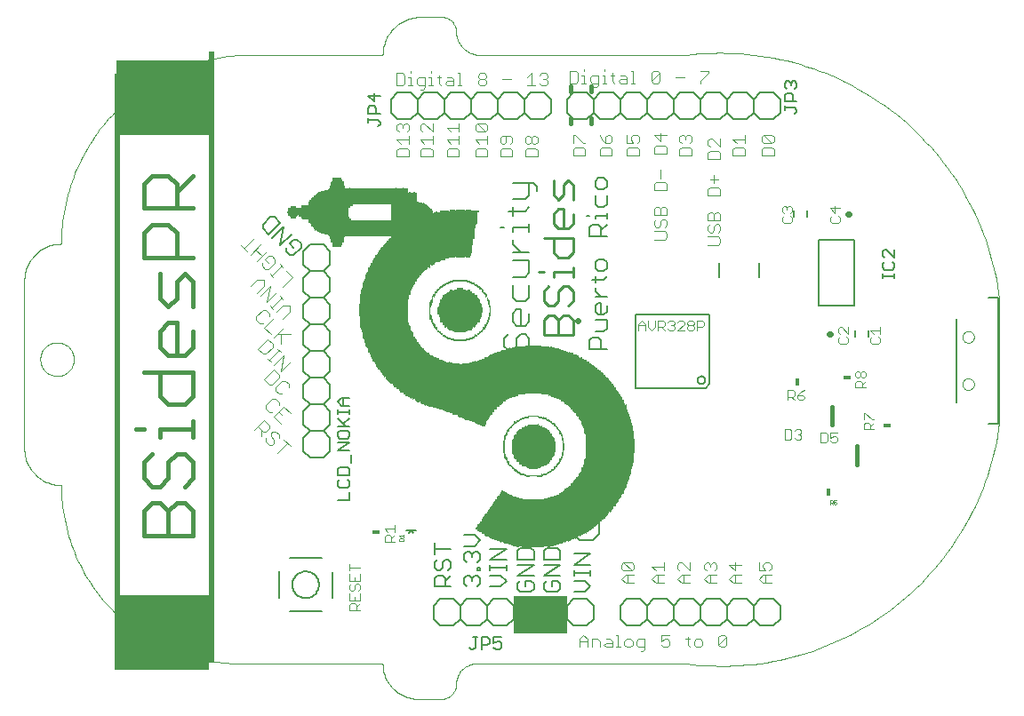
<source format=gto>
G75*
%MOIN*%
%OFA0B0*%
%FSLAX24Y24*%
%IPPOS*%
%LPD*%
%AMOC8*
5,1,8,0,0,1.08239X$1,22.5*
%
%ADD10C,0.0000*%
%ADD11C,0.0050*%
%ADD12C,0.0040*%
%ADD13C,0.0080*%
%ADD14C,0.0090*%
%ADD15C,0.0060*%
%ADD16C,0.0160*%
%ADD17R,0.2018X0.1427*%
%ADD18R,0.0246X2.2982*%
%ADD19R,0.0246X2.1161*%
%ADD20R,0.3543X0.2805*%
%ADD21C,0.0030*%
%ADD22C,0.0010*%
%ADD23R,0.0180X0.0300*%
%ADD24R,0.0300X0.0180*%
%ADD25C,0.0220*%
%ADD26R,0.0020X0.0520*%
%ADD27R,0.0020X0.1220*%
%ADD28R,0.0020X0.1360*%
%ADD29R,0.0020X0.1520*%
%ADD30R,0.0020X0.1620*%
%ADD31R,0.0020X0.1760*%
%ADD32R,0.0020X0.2060*%
%ADD33R,0.0020X0.2180*%
%ADD34R,0.0020X0.2220*%
%ADD35R,0.0020X0.2360*%
%ADD36R,0.0020X0.2440*%
%ADD37R,0.0020X0.2620*%
%ADD38R,0.0020X0.2780*%
%ADD39R,0.0020X0.2800*%
%ADD40R,0.0020X0.2920*%
%ADD41R,0.0020X0.3120*%
%ADD42R,0.0020X0.3140*%
%ADD43R,0.0020X0.3180*%
%ADD44R,0.0020X0.3260*%
%ADD45R,0.0020X0.3300*%
%ADD46R,0.0020X0.3540*%
%ADD47R,0.0020X0.3580*%
%ADD48R,0.0020X0.3640*%
%ADD49R,0.0020X0.3660*%
%ADD50R,0.0020X0.3820*%
%ADD51R,0.0020X0.3900*%
%ADD52R,0.0020X0.3920*%
%ADD53R,0.0020X0.3960*%
%ADD54R,0.0020X0.4120*%
%ADD55R,0.0020X0.4220*%
%ADD56R,0.0020X0.4260*%
%ADD57R,0.0020X0.4280*%
%ADD58R,0.0020X0.4460*%
%ADD59R,0.0020X0.4480*%
%ADD60R,0.0020X0.4500*%
%ADD61R,0.0020X0.4540*%
%ADD62R,0.0020X0.4680*%
%ADD63R,0.0020X0.4700*%
%ADD64R,0.0020X0.4720*%
%ADD65R,0.0020X0.4760*%
%ADD66R,0.0020X0.4860*%
%ADD67R,0.0020X0.4880*%
%ADD68R,0.0020X0.4940*%
%ADD69R,0.0020X0.4960*%
%ADD70R,0.0020X0.5020*%
%ADD71R,0.0020X0.5080*%
%ADD72R,0.0020X0.5120*%
%ADD73R,0.0020X0.5140*%
%ADD74R,0.0020X0.5220*%
%ADD75R,0.0020X0.5260*%
%ADD76R,0.0020X0.5360*%
%ADD77R,0.0020X0.5380*%
%ADD78R,0.0020X0.5460*%
%ADD79R,0.0020X0.5500*%
%ADD80R,0.0020X0.5520*%
%ADD81R,0.0020X0.5560*%
%ADD82R,0.0020X0.5580*%
%ADD83R,0.0020X0.5640*%
%ADD84R,0.0020X0.5680*%
%ADD85R,0.0020X0.5740*%
%ADD86R,0.0020X0.5800*%
%ADD87R,0.0020X0.5820*%
%ADD88R,0.0020X0.5900*%
%ADD89R,0.0020X0.5960*%
%ADD90R,0.0020X0.5980*%
%ADD91R,0.0020X0.6000*%
%ADD92R,0.0020X0.6020*%
%ADD93R,0.0020X0.6140*%
%ADD94R,0.0020X0.6160*%
%ADD95R,0.0020X0.6220*%
%ADD96R,0.0020X0.6260*%
%ADD97R,0.0020X0.6280*%
%ADD98R,0.0020X0.6320*%
%ADD99R,0.0020X0.6360*%
%ADD100R,0.0020X0.6380*%
%ADD101R,0.0020X0.6420*%
%ADD102R,0.0020X0.2840*%
%ADD103R,0.0020X0.2760*%
%ADD104R,0.0020X0.2680*%
%ADD105R,0.0020X0.2640*%
%ADD106R,0.0020X0.2580*%
%ADD107R,0.0020X0.2600*%
%ADD108R,0.0020X0.2540*%
%ADD109R,0.0020X0.2560*%
%ADD110R,0.0020X0.2520*%
%ADD111R,0.0020X0.2500*%
%ADD112R,0.0020X0.2480*%
%ADD113R,0.0020X0.2460*%
%ADD114R,0.0020X0.2420*%
%ADD115R,0.0020X0.2400*%
%ADD116R,0.0020X0.2340*%
%ADD117R,0.0020X0.2260*%
%ADD118R,0.0020X0.2280*%
%ADD119R,0.0020X0.2300*%
%ADD120R,0.0020X0.2240*%
%ADD121R,0.0020X0.2200*%
%ADD122R,0.0020X0.2160*%
%ADD123R,0.0020X0.2140*%
%ADD124R,0.0020X0.2100*%
%ADD125R,0.0020X0.2120*%
%ADD126R,0.0020X0.2080*%
%ADD127R,0.0020X0.2040*%
%ADD128R,0.0020X0.2020*%
%ADD129R,0.0020X0.2000*%
%ADD130R,0.0020X0.1980*%
%ADD131R,0.0020X0.1960*%
%ADD132R,0.0020X0.0260*%
%ADD133R,0.0020X0.1940*%
%ADD134R,0.0020X0.0620*%
%ADD135R,0.0020X0.0680*%
%ADD136R,0.0020X0.0180*%
%ADD137R,0.0020X0.0200*%
%ADD138R,0.0020X0.0120*%
%ADD139R,0.0020X0.0140*%
%ADD140R,0.0020X0.1920*%
%ADD141R,0.0020X0.1900*%
%ADD142R,0.0020X0.0100*%
%ADD143R,0.0020X0.1880*%
%ADD144R,0.0020X0.1860*%
%ADD145R,0.0020X0.0080*%
%ADD146R,0.0020X0.0060*%
%ADD147R,0.0020X0.0380*%
%ADD148R,0.0020X0.0420*%
%ADD149R,0.0020X0.0760*%
%ADD150R,0.0020X0.0780*%
%ADD151R,0.0020X0.0800*%
%ADD152R,0.0020X0.0920*%
%ADD153R,0.0020X0.1000*%
%ADD154R,0.0020X0.1840*%
%ADD155R,0.0020X0.0040*%
%ADD156R,0.0020X0.1020*%
%ADD157R,0.0020X0.1100*%
%ADD158R,0.0020X0.1820*%
%ADD159R,0.0020X0.1120*%
%ADD160R,0.0020X0.1180*%
%ADD161R,0.0020X0.1240*%
%ADD162R,0.0020X0.1260*%
%ADD163R,0.0020X0.1800*%
%ADD164R,0.0020X0.1300*%
%ADD165R,0.0020X0.1320*%
%ADD166R,0.0020X0.0020*%
%ADD167R,0.0020X0.1780*%
%ADD168R,0.0020X0.1380*%
%ADD169R,0.0020X0.1400*%
%ADD170R,0.0020X0.1420*%
%ADD171R,0.0020X0.1480*%
%ADD172R,0.0020X0.1500*%
%ADD173R,0.0020X0.1540*%
%ADD174R,0.0020X0.1580*%
%ADD175R,0.0020X0.1640*%
%ADD176R,0.0020X0.1660*%
%ADD177R,0.0020X0.1680*%
%ADD178R,0.0020X0.1600*%
%ADD179R,0.0020X0.1460*%
%ADD180R,0.0020X0.1440*%
%ADD181R,0.0020X0.1340*%
%ADD182R,0.0020X0.1200*%
%ADD183R,0.0020X0.1160*%
%ADD184R,0.0020X0.0860*%
%ADD185R,0.0020X0.0560*%
%ADD186R,0.0020X0.0500*%
%ADD187R,0.0020X0.0460*%
%ADD188R,0.0020X0.0320*%
%ADD189R,0.0020X0.1700*%
%ADD190R,0.0020X0.1560*%
%ADD191R,0.0020X0.1140*%
%ADD192R,0.0020X0.0240*%
%ADD193R,0.0020X0.1040*%
%ADD194R,0.0020X0.2320*%
%ADD195R,0.0020X0.0280*%
%ADD196R,0.0020X0.0960*%
%ADD197R,0.0020X0.0160*%
%ADD198R,0.0020X0.0940*%
%ADD199R,0.0020X0.0840*%
%ADD200R,0.0020X0.0820*%
%ADD201R,0.0020X0.0660*%
%ADD202R,0.0020X0.0580*%
%ADD203R,0.0020X0.0400*%
%ADD204R,0.0020X0.0360*%
%ADD205R,0.0020X0.2380*%
%ADD206R,0.0020X0.0900*%
%ADD207R,0.0020X0.1080*%
%ADD208R,0.0020X0.0640*%
%ADD209R,0.0020X0.1280*%
%ADD210R,0.0020X0.1720*%
%ADD211R,0.0020X0.1060*%
%ADD212R,0.0020X0.0880*%
%ADD213R,0.0020X0.0720*%
%ADD214R,0.0020X0.0300*%
%ADD215R,0.0020X0.0220*%
%ADD216R,0.0020X0.2700*%
%ADD217R,0.0020X0.2720*%
%ADD218R,0.0020X0.2820*%
%ADD219R,0.0020X0.2900*%
%ADD220R,0.0020X0.3320*%
%ADD221R,0.0020X0.3340*%
%ADD222R,0.0020X0.3440*%
%ADD223R,0.0020X0.3480*%
%ADD224R,0.0020X0.3560*%
%ADD225R,0.0020X0.3600*%
%ADD226R,0.0020X0.3720*%
%ADD227R,0.0020X0.3840*%
%ADD228R,0.0020X0.3940*%
%ADD229R,0.0020X0.4000*%
%ADD230R,0.0020X0.3060*%
%ADD231R,0.0020X0.4440*%
%ADD232R,0.0020X0.7780*%
%ADD233R,0.0020X0.7740*%
%ADD234R,0.0020X0.7720*%
%ADD235R,0.0020X0.7700*%
%ADD236R,0.0020X0.7640*%
%ADD237R,0.0020X0.7600*%
%ADD238R,0.0020X0.7580*%
%ADD239R,0.0020X0.7560*%
%ADD240R,0.0020X0.7540*%
%ADD241R,0.0020X0.7520*%
%ADD242R,0.0020X0.7500*%
%ADD243R,0.0020X0.7460*%
%ADD244R,0.0020X0.7400*%
%ADD245R,0.0020X0.7360*%
%ADD246R,0.0020X0.5400*%
%ADD247R,0.0020X0.5340*%
%ADD248R,0.0020X0.5320*%
%ADD249R,0.0020X0.5200*%
%ADD250R,0.0020X0.5180*%
%ADD251R,0.0020X0.5100*%
%ADD252R,0.0020X0.5000*%
%ADD253R,0.0020X0.4980*%
%ADD254R,0.0020X0.4900*%
%ADD255R,0.0020X0.4780*%
%ADD256R,0.0020X0.4660*%
%ADD257R,0.0020X0.4640*%
%ADD258R,0.0020X0.4520*%
%ADD259R,0.0020X0.4420*%
%ADD260R,0.0020X0.4300*%
%ADD261R,0.0020X0.4160*%
%ADD262R,0.0020X0.4100*%
%ADD263R,0.0020X0.3880*%
%ADD264R,0.0020X0.3780*%
%ADD265R,0.0020X0.3620*%
%ADD266R,0.0020X0.3520*%
%ADD267R,0.0020X0.3360*%
%ADD268R,0.0020X0.3220*%
%ADD269R,0.0020X0.3200*%
%ADD270R,0.0020X0.3080*%
%ADD271R,0.0020X0.2880*%
%ADD272R,0.0020X0.0480*%
%ADD273R,0.0020X0.0600*%
%ADD274R,0.0020X0.0700*%
%ADD275R,0.0020X0.0740*%
%ADD276R,0.0020X0.0540*%
%ADD277R,0.0020X0.0340*%
%ADD278R,0.0020X0.0440*%
D10*
X008171Y001429D02*
X013535Y001429D01*
X013537Y001357D01*
X013543Y001285D01*
X013553Y001214D01*
X013566Y001143D01*
X013583Y001073D01*
X013605Y001005D01*
X013629Y000937D01*
X013658Y000871D01*
X013690Y000806D01*
X013725Y000744D01*
X013764Y000683D01*
X013806Y000625D01*
X013851Y000569D01*
X013899Y000515D01*
X013950Y000464D01*
X014004Y000416D01*
X014060Y000371D01*
X014118Y000329D01*
X014179Y000290D01*
X014241Y000255D01*
X014306Y000223D01*
X014372Y000194D01*
X014440Y000170D01*
X014508Y000148D01*
X014578Y000131D01*
X014649Y000118D01*
X014720Y000108D01*
X014792Y000102D01*
X014864Y000100D01*
X015734Y000100D01*
X015780Y000102D01*
X015826Y000108D01*
X015871Y000117D01*
X015915Y000130D01*
X015958Y000147D01*
X015999Y000167D01*
X016039Y000191D01*
X016076Y000217D01*
X016111Y000247D01*
X016144Y000280D01*
X016174Y000315D01*
X016200Y000352D01*
X016224Y000392D01*
X016244Y000433D01*
X016261Y000476D01*
X016274Y000520D01*
X016283Y000565D01*
X016289Y000611D01*
X016291Y000657D01*
X016293Y000710D01*
X016298Y000762D01*
X016307Y000814D01*
X016320Y000865D01*
X016336Y000916D01*
X016355Y000965D01*
X016378Y001012D01*
X016403Y001058D01*
X016432Y001102D01*
X016464Y001144D01*
X016499Y001184D01*
X016536Y001221D01*
X016576Y001256D01*
X016618Y001288D01*
X016662Y001317D01*
X016708Y001342D01*
X016755Y001365D01*
X016804Y001384D01*
X016855Y001400D01*
X016906Y001413D01*
X016958Y001422D01*
X017010Y001427D01*
X017063Y001429D01*
X024903Y001429D01*
X036665Y010484D02*
X036665Y015110D01*
X035275Y013683D02*
X035277Y013712D01*
X035283Y013740D01*
X035292Y013768D01*
X035305Y013794D01*
X035322Y013817D01*
X035341Y013839D01*
X035363Y013858D01*
X035388Y013873D01*
X035414Y013886D01*
X035442Y013894D01*
X035470Y013899D01*
X035499Y013900D01*
X035528Y013897D01*
X035556Y013890D01*
X035583Y013880D01*
X035609Y013866D01*
X035632Y013849D01*
X035653Y013829D01*
X035671Y013806D01*
X035686Y013781D01*
X035697Y013754D01*
X035705Y013726D01*
X035709Y013697D01*
X035709Y013669D01*
X035705Y013640D01*
X035697Y013612D01*
X035686Y013585D01*
X035671Y013560D01*
X035653Y013537D01*
X035632Y013517D01*
X035609Y013500D01*
X035583Y013486D01*
X035556Y013476D01*
X035528Y013469D01*
X035499Y013466D01*
X035470Y013467D01*
X035442Y013472D01*
X035414Y013480D01*
X035388Y013493D01*
X035363Y013508D01*
X035341Y013527D01*
X035322Y013549D01*
X035305Y013572D01*
X035292Y013598D01*
X035283Y013626D01*
X035277Y013654D01*
X035275Y013683D01*
X035275Y011911D02*
X035277Y011940D01*
X035283Y011968D01*
X035292Y011996D01*
X035305Y012022D01*
X035322Y012045D01*
X035341Y012067D01*
X035363Y012086D01*
X035388Y012101D01*
X035414Y012114D01*
X035442Y012122D01*
X035470Y012127D01*
X035499Y012128D01*
X035528Y012125D01*
X035556Y012118D01*
X035583Y012108D01*
X035609Y012094D01*
X035632Y012077D01*
X035653Y012057D01*
X035671Y012034D01*
X035686Y012009D01*
X035697Y011982D01*
X035705Y011954D01*
X035709Y011925D01*
X035709Y011897D01*
X035705Y011868D01*
X035697Y011840D01*
X035686Y011813D01*
X035671Y011788D01*
X035653Y011765D01*
X035632Y011745D01*
X035609Y011728D01*
X035583Y011714D01*
X035556Y011704D01*
X035528Y011697D01*
X035499Y011694D01*
X035470Y011695D01*
X035442Y011700D01*
X035414Y011708D01*
X035388Y011721D01*
X035363Y011736D01*
X035341Y011755D01*
X035322Y011777D01*
X035305Y011800D01*
X035292Y011826D01*
X035283Y011854D01*
X035277Y011882D01*
X035275Y011911D01*
X036664Y010484D02*
X036629Y010233D01*
X036587Y009982D01*
X036539Y009733D01*
X036485Y009485D01*
X036425Y009239D01*
X036360Y008994D01*
X036288Y008751D01*
X036210Y008509D01*
X036127Y008270D01*
X036038Y008032D01*
X035943Y007797D01*
X035843Y007564D01*
X035737Y007334D01*
X035625Y007106D01*
X035508Y006881D01*
X035386Y006659D01*
X035258Y006440D01*
X035125Y006224D01*
X034987Y006011D01*
X034843Y005802D01*
X034695Y005596D01*
X034542Y005394D01*
X034384Y005196D01*
X034221Y005001D01*
X034053Y004811D01*
X033881Y004624D01*
X033705Y004442D01*
X033524Y004264D01*
X033339Y004091D01*
X033149Y003922D01*
X032956Y003758D01*
X032759Y003598D01*
X032558Y003443D01*
X032353Y003294D01*
X032145Y003149D01*
X031933Y003009D01*
X031718Y002874D01*
X031500Y002745D01*
X031279Y002621D01*
X031055Y002502D01*
X030828Y002389D01*
X030598Y002281D01*
X030366Y002179D01*
X030132Y002083D01*
X029895Y001992D01*
X029656Y001907D01*
X029415Y001828D01*
X029172Y001754D01*
X028928Y001687D01*
X028681Y001625D01*
X028434Y001569D01*
X028185Y001520D01*
X027935Y001476D01*
X027685Y001439D01*
X027433Y001407D01*
X027181Y001382D01*
X026928Y001363D01*
X026674Y001349D01*
X026421Y001342D01*
X026167Y001341D01*
X025914Y001347D01*
X025660Y001358D01*
X025407Y001375D01*
X025155Y001399D01*
X024903Y001429D01*
X008171Y001429D02*
X008009Y001431D01*
X007848Y001437D01*
X007686Y001447D01*
X007525Y001460D01*
X007364Y001478D01*
X007204Y001499D01*
X007044Y001525D01*
X006885Y001554D01*
X006727Y001587D01*
X006569Y001623D01*
X006413Y001664D01*
X006257Y001708D01*
X006103Y001757D01*
X005950Y001808D01*
X005798Y001864D01*
X005647Y001923D01*
X005498Y001986D01*
X005351Y002052D01*
X005205Y002122D01*
X005061Y002196D01*
X004918Y002273D01*
X004778Y002353D01*
X004640Y002437D01*
X004503Y002524D01*
X004369Y002614D01*
X004237Y002707D01*
X004107Y002804D01*
X003980Y002904D01*
X003855Y003006D01*
X003733Y003112D01*
X003613Y003221D01*
X003496Y003332D01*
X003381Y003447D01*
X003270Y003564D01*
X003161Y003684D01*
X003055Y003806D01*
X002953Y003931D01*
X002853Y004058D01*
X002756Y004188D01*
X002663Y004320D01*
X002573Y004454D01*
X002486Y004591D01*
X002402Y004729D01*
X002322Y004869D01*
X002245Y005012D01*
X002171Y005156D01*
X002101Y005302D01*
X002035Y005449D01*
X001972Y005598D01*
X001913Y005749D01*
X001857Y005901D01*
X001806Y006054D01*
X001757Y006208D01*
X001713Y006364D01*
X001672Y006520D01*
X001636Y006678D01*
X001603Y006836D01*
X001574Y006995D01*
X001548Y007155D01*
X001527Y007315D01*
X001509Y007476D01*
X001496Y007637D01*
X001486Y007799D01*
X001480Y007960D01*
X001478Y008122D01*
X001406Y008124D01*
X001334Y008130D01*
X001262Y008139D01*
X001191Y008152D01*
X001121Y008169D01*
X001052Y008189D01*
X000984Y008214D01*
X000918Y008241D01*
X000852Y008272D01*
X000789Y008307D01*
X000727Y008344D01*
X000668Y008385D01*
X000611Y008429D01*
X000556Y008476D01*
X000504Y008526D01*
X000454Y008578D01*
X000407Y008633D01*
X000363Y008690D01*
X000322Y008749D01*
X000285Y008811D01*
X000250Y008874D01*
X000219Y008940D01*
X000192Y009006D01*
X000167Y009074D01*
X000147Y009143D01*
X000130Y009213D01*
X000117Y009284D01*
X000108Y009356D01*
X000102Y009428D01*
X000100Y009500D01*
X000100Y015799D01*
X000102Y015871D01*
X000108Y015943D01*
X000117Y016015D01*
X000130Y016086D01*
X000147Y016156D01*
X000167Y016225D01*
X000192Y016293D01*
X000219Y016359D01*
X000250Y016425D01*
X000285Y016488D01*
X000322Y016550D01*
X000363Y016609D01*
X000407Y016666D01*
X000454Y016721D01*
X000504Y016773D01*
X000556Y016823D01*
X000611Y016870D01*
X000668Y016914D01*
X000727Y016955D01*
X000789Y016992D01*
X000852Y017027D01*
X000918Y017058D01*
X000984Y017085D01*
X001052Y017110D01*
X001121Y017130D01*
X001191Y017147D01*
X001262Y017160D01*
X001334Y017169D01*
X001406Y017175D01*
X001478Y017177D01*
X000698Y012846D02*
X000700Y012896D01*
X000706Y012946D01*
X000716Y012995D01*
X000730Y013043D01*
X000747Y013090D01*
X000768Y013135D01*
X000793Y013179D01*
X000821Y013220D01*
X000853Y013259D01*
X000887Y013296D01*
X000924Y013330D01*
X000964Y013360D01*
X001006Y013387D01*
X001050Y013411D01*
X001096Y013432D01*
X001143Y013448D01*
X001191Y013461D01*
X001241Y013470D01*
X001290Y013475D01*
X001341Y013476D01*
X001391Y013473D01*
X001440Y013466D01*
X001489Y013455D01*
X001537Y013440D01*
X001583Y013422D01*
X001628Y013400D01*
X001671Y013374D01*
X001712Y013345D01*
X001751Y013313D01*
X001787Y013278D01*
X001819Y013240D01*
X001849Y013200D01*
X001876Y013157D01*
X001899Y013113D01*
X001918Y013067D01*
X001934Y013019D01*
X001946Y012970D01*
X001954Y012921D01*
X001958Y012871D01*
X001958Y012821D01*
X001954Y012771D01*
X001946Y012722D01*
X001934Y012673D01*
X001918Y012625D01*
X001899Y012579D01*
X001876Y012535D01*
X001849Y012492D01*
X001819Y012452D01*
X001787Y012414D01*
X001751Y012379D01*
X001712Y012347D01*
X001671Y012318D01*
X001628Y012292D01*
X001583Y012270D01*
X001537Y012252D01*
X001489Y012237D01*
X001440Y012226D01*
X001391Y012219D01*
X001341Y012216D01*
X001290Y012217D01*
X001241Y012222D01*
X001191Y012231D01*
X001143Y012244D01*
X001096Y012260D01*
X001050Y012281D01*
X001006Y012305D01*
X000964Y012332D01*
X000924Y012362D01*
X000887Y012396D01*
X000853Y012433D01*
X000821Y012472D01*
X000793Y012513D01*
X000768Y012557D01*
X000747Y012602D01*
X000730Y012649D01*
X000716Y012697D01*
X000706Y012746D01*
X000700Y012796D01*
X000698Y012846D01*
X001478Y017177D02*
X001480Y017348D01*
X001486Y017519D01*
X001497Y017690D01*
X001511Y017861D01*
X001530Y018031D01*
X001552Y018201D01*
X001579Y018370D01*
X001610Y018539D01*
X001645Y018706D01*
X001684Y018873D01*
X001727Y019039D01*
X001774Y019203D01*
X001825Y019367D01*
X001880Y019529D01*
X001939Y019690D01*
X002001Y019849D01*
X002068Y020007D01*
X002138Y020163D01*
X002212Y020318D01*
X002290Y020470D01*
X002371Y020621D01*
X002456Y020770D01*
X002545Y020916D01*
X002637Y021061D01*
X002733Y021203D01*
X002831Y021343D01*
X002934Y021480D01*
X003039Y021615D01*
X003148Y021747D01*
X003260Y021877D01*
X003375Y022003D01*
X003494Y022127D01*
X003615Y022248D01*
X003739Y022367D01*
X003865Y022482D01*
X003995Y022594D01*
X004127Y022703D01*
X004262Y022808D01*
X004399Y022911D01*
X004539Y023009D01*
X004681Y023105D01*
X004826Y023197D01*
X004972Y023286D01*
X005121Y023371D01*
X005272Y023452D01*
X005424Y023530D01*
X005579Y023604D01*
X005735Y023674D01*
X005893Y023741D01*
X006052Y023803D01*
X006213Y023862D01*
X006375Y023917D01*
X006539Y023968D01*
X006703Y024015D01*
X006869Y024058D01*
X007036Y024097D01*
X007203Y024132D01*
X007372Y024163D01*
X007541Y024190D01*
X007711Y024212D01*
X007881Y024231D01*
X008052Y024245D01*
X008223Y024256D01*
X008394Y024262D01*
X008565Y024264D01*
X008565Y024263D02*
X013535Y024263D01*
X013537Y024338D01*
X013543Y024412D01*
X013553Y024486D01*
X013566Y024560D01*
X013584Y024632D01*
X013605Y024704D01*
X013630Y024774D01*
X013658Y024843D01*
X013691Y024911D01*
X013726Y024977D01*
X013765Y025040D01*
X013808Y025102D01*
X013853Y025161D01*
X013902Y025218D01*
X013953Y025272D01*
X014007Y025323D01*
X014064Y025372D01*
X014123Y025417D01*
X014185Y025460D01*
X014249Y025499D01*
X014314Y025534D01*
X014382Y025567D01*
X014451Y025595D01*
X014521Y025620D01*
X014593Y025641D01*
X014665Y025659D01*
X014739Y025672D01*
X014813Y025682D01*
X014887Y025688D01*
X014962Y025690D01*
X014962Y025691D02*
X015734Y025691D01*
X015780Y025689D01*
X015826Y025683D01*
X015871Y025674D01*
X015915Y025661D01*
X015958Y025644D01*
X015999Y025624D01*
X016039Y025600D01*
X016076Y025574D01*
X016111Y025544D01*
X016144Y025511D01*
X016174Y025476D01*
X016200Y025439D01*
X016224Y025399D01*
X016244Y025358D01*
X016261Y025315D01*
X016274Y025271D01*
X016283Y025226D01*
X016289Y025180D01*
X016291Y025134D01*
X016293Y025077D01*
X016298Y025020D01*
X016308Y024964D01*
X016321Y024909D01*
X016337Y024854D01*
X016357Y024801D01*
X016381Y024749D01*
X016408Y024699D01*
X016438Y024651D01*
X016471Y024604D01*
X016507Y024560D01*
X016546Y024519D01*
X016587Y024480D01*
X016631Y024444D01*
X016678Y024411D01*
X016726Y024381D01*
X016776Y024354D01*
X016828Y024330D01*
X016881Y024310D01*
X016936Y024294D01*
X016991Y024281D01*
X017047Y024271D01*
X017104Y024266D01*
X017161Y024264D01*
X017161Y024263D02*
X024903Y024263D01*
X024903Y024264D02*
X025156Y024292D01*
X025410Y024315D01*
X025664Y024331D01*
X025918Y024341D01*
X026173Y024345D01*
X026428Y024343D01*
X026682Y024334D01*
X026936Y024320D01*
X027190Y024299D01*
X027443Y024272D01*
X027696Y024239D01*
X027948Y024200D01*
X028198Y024155D01*
X028448Y024104D01*
X028696Y024047D01*
X028943Y023984D01*
X029188Y023915D01*
X029431Y023840D01*
X029673Y023759D01*
X029912Y023672D01*
X030150Y023580D01*
X030385Y023482D01*
X030617Y023378D01*
X030847Y023269D01*
X031075Y023154D01*
X031299Y023033D01*
X031520Y022908D01*
X031739Y022776D01*
X031954Y022640D01*
X032166Y022499D01*
X032374Y022352D01*
X032579Y022201D01*
X032780Y022044D01*
X032977Y021883D01*
X033170Y021717D01*
X033359Y021547D01*
X033544Y021371D01*
X033725Y021192D01*
X033901Y021008D01*
X034073Y020820D01*
X034240Y020628D01*
X034403Y020432D01*
X034560Y020232D01*
X034713Y020028D01*
X034861Y019821D01*
X035004Y019610D01*
X035142Y019396D01*
X035274Y019178D01*
X035401Y018958D01*
X035523Y018734D01*
X035639Y018507D01*
X035750Y018278D01*
X035855Y018046D01*
X035955Y017812D01*
X036049Y017575D01*
X036137Y017336D01*
X036220Y017095D01*
X036296Y016852D01*
X036367Y016608D01*
X036432Y016361D01*
X036490Y016113D01*
X036543Y015864D01*
X036590Y015614D01*
X036630Y015362D01*
X036665Y015110D01*
D11*
X032727Y015900D02*
X032727Y016050D01*
X032727Y015975D02*
X032276Y015975D01*
X032276Y015900D02*
X032276Y016050D01*
X032351Y016207D02*
X032652Y016207D01*
X032727Y016282D01*
X032727Y016432D01*
X032652Y016507D01*
X032727Y016667D02*
X032426Y016967D01*
X032351Y016967D01*
X032276Y016892D01*
X032276Y016742D01*
X032351Y016667D01*
X032351Y016507D02*
X032276Y016432D01*
X032276Y016282D01*
X032351Y016207D01*
X032727Y016667D02*
X032727Y016967D01*
X028992Y022059D02*
X029067Y022134D01*
X029067Y022209D01*
X028992Y022284D01*
X028616Y022284D01*
X028616Y022209D02*
X028616Y022359D01*
X028616Y022519D02*
X028616Y022745D01*
X028691Y022820D01*
X028841Y022820D01*
X028916Y022745D01*
X028916Y022519D01*
X029067Y022519D02*
X028616Y022519D01*
X028691Y022980D02*
X028616Y023055D01*
X028616Y023205D01*
X028691Y023280D01*
X028766Y023280D01*
X028841Y023205D01*
X028916Y023280D01*
X028992Y023280D01*
X029067Y023205D01*
X029067Y023055D01*
X028992Y022980D01*
X028841Y023130D02*
X028841Y023205D01*
X013437Y022735D02*
X012986Y022735D01*
X013211Y022510D01*
X013211Y022810D01*
X013211Y022350D02*
X013061Y022350D01*
X012986Y022275D01*
X012986Y022049D01*
X013437Y022049D01*
X013286Y022049D02*
X013286Y022275D01*
X013211Y022350D01*
X012986Y021889D02*
X012986Y021739D01*
X012986Y021814D02*
X013362Y021814D01*
X013437Y021739D01*
X013437Y021664D01*
X013362Y021589D01*
X009691Y017972D02*
X009476Y018188D01*
X009332Y018188D01*
X009044Y017900D01*
X009044Y017757D01*
X009260Y017541D01*
X009691Y017972D01*
X009833Y017830D02*
X009402Y017399D01*
X009689Y017111D02*
X009833Y017830D01*
X010121Y017543D02*
X009689Y017111D01*
X009903Y017041D02*
X009903Y016897D01*
X010047Y016753D01*
X010191Y016753D01*
X010479Y017041D01*
X010479Y017185D01*
X010335Y017329D01*
X010191Y017329D01*
X010047Y017185D01*
X010191Y017041D01*
X011987Y011402D02*
X012288Y011402D01*
X012062Y011402D02*
X012062Y011102D01*
X011987Y011102D02*
X011837Y011252D01*
X011987Y011402D01*
X011987Y011102D02*
X012288Y011102D01*
X012288Y010945D02*
X012288Y010795D01*
X012288Y010870D02*
X011837Y010870D01*
X011837Y010795D02*
X011837Y010945D01*
X011837Y010635D02*
X012138Y010335D01*
X012062Y010410D02*
X012288Y010635D01*
X012288Y010335D02*
X011837Y010335D01*
X011912Y010175D02*
X011837Y010100D01*
X011837Y009950D01*
X011912Y009875D01*
X012213Y009875D01*
X012288Y009950D01*
X012288Y010100D01*
X012213Y010175D01*
X011912Y010175D01*
X011837Y009714D02*
X012288Y009714D01*
X011837Y009414D01*
X012288Y009414D01*
X012363Y009254D02*
X012363Y008954D01*
X012213Y008794D02*
X012288Y008719D01*
X012288Y008493D01*
X011837Y008493D01*
X011837Y008719D01*
X011912Y008794D01*
X012213Y008794D01*
X012213Y008333D02*
X012288Y008258D01*
X012288Y008108D01*
X012213Y008033D01*
X011912Y008033D01*
X011837Y008108D01*
X011837Y008258D01*
X011912Y008333D01*
X012288Y007873D02*
X012288Y007573D01*
X011837Y007573D01*
X015475Y005944D02*
X015475Y005537D01*
X015475Y005741D02*
X016085Y005741D01*
X016589Y005841D02*
X016996Y005841D01*
X017199Y006044D01*
X016996Y006248D01*
X016589Y006248D01*
X016690Y005640D02*
X016589Y005539D01*
X016589Y005335D01*
X016690Y005233D01*
X016894Y005437D02*
X016894Y005539D01*
X016996Y005640D01*
X017097Y005640D01*
X017199Y005539D01*
X017199Y005335D01*
X017097Y005233D01*
X017097Y005031D02*
X017199Y005031D01*
X017199Y004929D01*
X017097Y004929D01*
X017097Y005031D01*
X017097Y004729D02*
X016996Y004729D01*
X016894Y004627D01*
X016894Y004525D01*
X016894Y004627D02*
X016792Y004729D01*
X016690Y004729D01*
X016589Y004627D01*
X016589Y004423D01*
X016690Y004322D01*
X017097Y004322D02*
X017199Y004423D01*
X017199Y004627D01*
X017097Y004729D01*
X017561Y004729D02*
X017968Y004729D01*
X018172Y004525D01*
X017968Y004322D01*
X017561Y004322D01*
X018593Y004227D02*
X018695Y004125D01*
X019102Y004125D01*
X019203Y004227D01*
X019203Y004430D01*
X019102Y004532D01*
X018898Y004532D01*
X018898Y004328D01*
X018695Y004532D02*
X018593Y004430D01*
X018593Y004227D01*
X018593Y004733D02*
X019203Y005140D01*
X018593Y005140D01*
X018593Y005340D02*
X018593Y005646D01*
X018695Y005747D01*
X019102Y005747D01*
X019203Y005646D01*
X019203Y005340D01*
X018593Y005340D01*
X018172Y005335D02*
X017561Y005335D01*
X018172Y005742D01*
X017561Y005742D01*
X016894Y005539D02*
X016792Y005640D01*
X016690Y005640D01*
X016085Y005235D02*
X016085Y005031D01*
X015984Y004929D01*
X016085Y004729D02*
X015882Y004525D01*
X015882Y004627D02*
X015882Y004322D01*
X016085Y004322D02*
X015475Y004322D01*
X015475Y004627D01*
X015577Y004729D01*
X015780Y004729D01*
X015882Y004627D01*
X015678Y004929D02*
X015780Y005031D01*
X015780Y005235D01*
X015882Y005336D01*
X015984Y005336D01*
X016085Y005235D01*
X015678Y004929D02*
X015577Y004929D01*
X015475Y005031D01*
X015475Y005235D01*
X015577Y005336D01*
X017561Y005133D02*
X017561Y004929D01*
X017561Y005031D02*
X018172Y005031D01*
X018172Y004929D02*
X018172Y005133D01*
X018593Y004733D02*
X019203Y004733D01*
X019583Y004733D02*
X020193Y005140D01*
X019583Y005140D01*
X019583Y005340D02*
X019583Y005646D01*
X019685Y005747D01*
X020092Y005747D01*
X020193Y005646D01*
X020193Y005340D01*
X019583Y005340D01*
X019583Y004733D02*
X020193Y004733D01*
X020092Y004532D02*
X019888Y004532D01*
X019888Y004328D01*
X019685Y004125D02*
X020092Y004125D01*
X020193Y004227D01*
X020193Y004430D01*
X020092Y004532D01*
X019685Y004532D02*
X019583Y004430D01*
X019583Y004227D01*
X019685Y004125D01*
X020711Y004125D02*
X021118Y004125D01*
X021322Y004328D01*
X021118Y004532D01*
X020711Y004532D01*
X020711Y004733D02*
X020711Y004936D01*
X020711Y004834D02*
X021322Y004834D01*
X021322Y004733D02*
X021322Y004936D01*
X021322Y005138D02*
X020711Y005138D01*
X021322Y005545D01*
X020711Y005545D01*
X020343Y006042D02*
X020418Y006117D01*
X020418Y006192D01*
X020343Y006267D01*
X019968Y006267D01*
X019968Y006192D02*
X019968Y006342D01*
X019968Y006502D02*
X019968Y006727D01*
X020043Y006802D01*
X020193Y006802D01*
X020268Y006727D01*
X020268Y006502D01*
X020418Y006502D02*
X019968Y006502D01*
X020043Y006963D02*
X019968Y007038D01*
X019968Y007188D01*
X020043Y007263D01*
X020118Y007263D01*
X020418Y006963D01*
X020418Y007263D01*
X018000Y002412D02*
X017700Y002412D01*
X017700Y002187D01*
X017850Y002262D01*
X017925Y002262D01*
X018000Y002187D01*
X018000Y002037D01*
X017925Y001962D01*
X017775Y001962D01*
X017700Y002037D01*
X017540Y002187D02*
X017465Y002112D01*
X017239Y002112D01*
X017239Y001962D02*
X017239Y002412D01*
X017465Y002412D01*
X017540Y002337D01*
X017540Y002187D01*
X017079Y002412D02*
X016929Y002412D01*
X017004Y002412D02*
X017004Y002037D01*
X016929Y001962D01*
X016854Y001962D01*
X016779Y002037D01*
D12*
X020909Y002045D02*
X020909Y002352D01*
X021063Y002506D01*
X021216Y002352D01*
X021216Y002045D01*
X021370Y002045D02*
X021370Y002352D01*
X021600Y002352D01*
X021676Y002275D01*
X021676Y002045D01*
X021830Y002122D02*
X021907Y002199D01*
X022137Y002199D01*
X022137Y002275D02*
X022137Y002045D01*
X021907Y002045D01*
X021830Y002122D01*
X021907Y002352D02*
X022060Y002352D01*
X022137Y002275D01*
X022290Y002045D02*
X022444Y002045D01*
X022367Y002045D02*
X022367Y002506D01*
X022290Y002506D01*
X022597Y002275D02*
X022597Y002122D01*
X022674Y002045D01*
X022827Y002045D01*
X022904Y002122D01*
X022904Y002275D01*
X022827Y002352D01*
X022674Y002352D01*
X022597Y002275D01*
X023058Y002275D02*
X023134Y002352D01*
X023365Y002352D01*
X023365Y001968D01*
X023288Y001892D01*
X023211Y001892D01*
X023134Y002045D02*
X023365Y002045D01*
X023134Y002045D02*
X023058Y002122D01*
X023058Y002275D01*
X023978Y002275D02*
X024132Y002352D01*
X024209Y002352D01*
X024285Y002275D01*
X024285Y002122D01*
X024209Y002045D01*
X024055Y002045D01*
X023978Y002122D01*
X023978Y002275D02*
X023978Y002506D01*
X024285Y002506D01*
X024899Y002352D02*
X025053Y002352D01*
X024976Y002429D02*
X024976Y002122D01*
X025053Y002045D01*
X025206Y002122D02*
X025283Y002045D01*
X025436Y002045D01*
X025513Y002122D01*
X025513Y002275D01*
X025436Y002352D01*
X025283Y002352D01*
X025206Y002275D01*
X025206Y002122D01*
X026127Y002122D02*
X026204Y002045D01*
X026357Y002045D01*
X026434Y002122D01*
X026434Y002429D01*
X026127Y002122D01*
X026127Y002429D01*
X026204Y002506D01*
X026357Y002506D01*
X026434Y002429D01*
X026674Y004451D02*
X026521Y004604D01*
X026674Y004757D01*
X026981Y004757D01*
X026751Y004757D02*
X026751Y004451D01*
X026674Y004451D02*
X026981Y004451D01*
X027646Y004604D02*
X027800Y004757D01*
X028107Y004757D01*
X028030Y004911D02*
X028107Y004988D01*
X028107Y005141D01*
X028030Y005218D01*
X027876Y005218D01*
X027800Y005141D01*
X027800Y005064D01*
X027876Y004911D01*
X027646Y004911D01*
X027646Y005218D01*
X026981Y005141D02*
X026521Y005141D01*
X026751Y004911D01*
X026751Y005218D01*
X026063Y005141D02*
X026063Y004988D01*
X025986Y004911D01*
X026063Y004757D02*
X025756Y004757D01*
X025602Y004604D01*
X025756Y004451D01*
X026063Y004451D01*
X025832Y004451D02*
X025832Y004757D01*
X025679Y004911D02*
X025602Y004988D01*
X025602Y005141D01*
X025679Y005218D01*
X025756Y005218D01*
X025832Y005141D01*
X025909Y005218D01*
X025986Y005218D01*
X026063Y005141D01*
X025832Y005141D02*
X025832Y005064D01*
X025044Y004911D02*
X024737Y005218D01*
X024661Y005218D01*
X024584Y005141D01*
X024584Y004988D01*
X024661Y004911D01*
X024737Y004757D02*
X025044Y004757D01*
X025044Y004911D02*
X025044Y005218D01*
X024814Y004757D02*
X024814Y004451D01*
X024737Y004451D02*
X024584Y004604D01*
X024737Y004757D01*
X024737Y004451D02*
X025044Y004451D01*
X024096Y004451D02*
X023789Y004451D01*
X023635Y004604D01*
X023789Y004757D01*
X024096Y004757D01*
X024096Y004911D02*
X024096Y005218D01*
X024096Y005064D02*
X023635Y005064D01*
X023789Y004911D01*
X023865Y004757D02*
X023865Y004451D01*
X022950Y004451D02*
X022643Y004451D01*
X022490Y004604D01*
X022643Y004757D01*
X022950Y004757D01*
X022874Y004911D02*
X022567Y004911D01*
X022490Y004988D01*
X022490Y005141D01*
X022567Y005218D01*
X022874Y004911D01*
X022950Y004988D01*
X022950Y005141D01*
X022874Y005218D01*
X022567Y005218D01*
X022720Y004757D02*
X022720Y004451D01*
X021216Y002275D02*
X020909Y002275D01*
X027646Y004604D02*
X027800Y004451D01*
X028107Y004451D01*
X027876Y004451D02*
X027876Y004757D01*
X010074Y009584D02*
X009828Y009829D01*
X009951Y009706D02*
X009583Y009338D01*
X009402Y009642D02*
X009280Y009642D01*
X009157Y009764D01*
X009157Y009887D01*
X008976Y009945D02*
X008976Y010190D01*
X009038Y010129D02*
X008854Y010313D01*
X008731Y010190D02*
X009099Y010558D01*
X009283Y010374D01*
X009283Y010252D01*
X009160Y010129D01*
X009038Y010129D01*
X009341Y010071D02*
X009341Y009948D01*
X009464Y009826D01*
X009464Y009703D01*
X009402Y009642D01*
X009648Y009887D02*
X009648Y010010D01*
X009525Y010132D01*
X009402Y010132D01*
X009341Y010071D01*
X009706Y010443D02*
X009460Y010688D01*
X009828Y011056D01*
X010074Y010811D01*
X009767Y010749D02*
X009644Y010872D01*
X009402Y010868D02*
X009280Y010868D01*
X009157Y010991D01*
X009157Y011114D01*
X009402Y011359D01*
X009525Y011359D01*
X009648Y011236D01*
X009648Y011114D01*
X009644Y011544D02*
X009767Y011544D01*
X009644Y011544D02*
X009522Y011667D01*
X009522Y011789D01*
X009767Y012035D01*
X009890Y012035D01*
X010012Y011912D01*
X010012Y011789D01*
X009648Y012154D02*
X009402Y011908D01*
X009280Y011908D01*
X009096Y012092D01*
X009464Y012460D01*
X009648Y012276D01*
X009648Y012154D01*
X009706Y012383D02*
X010074Y012751D01*
X009828Y012996D02*
X009706Y012383D01*
X009460Y012628D02*
X009828Y012996D01*
X009708Y013116D02*
X009585Y013239D01*
X009646Y013178D02*
X009278Y012810D01*
X009217Y012871D02*
X009340Y012748D01*
X009159Y013052D02*
X009405Y013297D01*
X009405Y013420D01*
X009221Y013604D01*
X008853Y013236D01*
X009037Y013052D01*
X009159Y013052D01*
X009706Y013413D02*
X009706Y013781D01*
X009583Y013781D02*
X010074Y013781D01*
X009828Y014026D02*
X009460Y013658D01*
X009341Y013777D02*
X009096Y014022D01*
X009464Y014390D01*
X009283Y014448D02*
X009283Y014571D01*
X009160Y014694D01*
X009038Y014694D01*
X008792Y014448D01*
X008792Y014326D01*
X008915Y014203D01*
X009038Y014203D01*
X009551Y014617D02*
X009796Y014862D01*
X010042Y014862D01*
X010042Y014617D01*
X009796Y014371D01*
X009432Y014736D02*
X009309Y014858D01*
X009370Y014797D02*
X009738Y015165D01*
X009800Y015104D02*
X009677Y015226D01*
X009557Y015347D02*
X009189Y014979D01*
X009311Y015592D01*
X008943Y015224D01*
X008824Y015343D02*
X009069Y015589D01*
X009069Y015834D01*
X008824Y015834D01*
X008579Y015589D01*
X009370Y015984D02*
X009738Y016352D01*
X009800Y016291D02*
X009677Y016413D01*
X009495Y016472D02*
X009495Y016595D01*
X009373Y016718D01*
X009250Y016718D01*
X009127Y016595D01*
X009250Y016472D01*
X009250Y016227D02*
X009495Y016472D01*
X009250Y016227D02*
X009127Y016227D01*
X009005Y016350D01*
X009005Y016472D01*
X008824Y016530D02*
X009192Y016898D01*
X009008Y016714D02*
X008763Y016960D01*
X008579Y016776D02*
X008947Y017144D01*
X008705Y017386D02*
X008337Y017018D01*
X008459Y016895D02*
X008214Y017140D01*
X009309Y016045D02*
X009432Y015923D01*
X009796Y015558D02*
X010164Y015926D01*
X009919Y016171D01*
X014065Y020467D02*
X014065Y020698D01*
X014142Y020774D01*
X014449Y020774D01*
X014525Y020698D01*
X014525Y020467D01*
X014065Y020467D01*
X014218Y020928D02*
X014065Y021081D01*
X014525Y021081D01*
X014525Y020928D02*
X014525Y021235D01*
X014449Y021388D02*
X014525Y021465D01*
X014525Y021618D01*
X014449Y021695D01*
X014372Y021695D01*
X014295Y021618D01*
X014295Y021542D01*
X014295Y021618D02*
X014218Y021695D01*
X014142Y021695D01*
X014065Y021618D01*
X014065Y021465D01*
X014142Y021388D01*
X014948Y021465D02*
X015025Y021388D01*
X014948Y021465D02*
X014948Y021618D01*
X015025Y021695D01*
X015101Y021695D01*
X015408Y021388D01*
X015408Y021695D01*
X015938Y021542D02*
X016398Y021542D01*
X016398Y021695D02*
X016398Y021388D01*
X016398Y021235D02*
X016398Y020928D01*
X016398Y021081D02*
X015938Y021081D01*
X016091Y020928D01*
X016015Y020774D02*
X015938Y020698D01*
X015938Y020467D01*
X016398Y020467D01*
X016398Y020698D01*
X016322Y020774D01*
X016015Y020774D01*
X015408Y020698D02*
X015408Y020467D01*
X014948Y020467D01*
X014948Y020698D01*
X015025Y020774D01*
X015332Y020774D01*
X015408Y020698D01*
X015408Y020928D02*
X015408Y021235D01*
X015408Y021081D02*
X014948Y021081D01*
X015101Y020928D01*
X015938Y021542D02*
X016091Y021388D01*
X017008Y021465D02*
X017008Y021618D01*
X017085Y021695D01*
X017392Y021388D01*
X017468Y021465D01*
X017468Y021618D01*
X017392Y021695D01*
X017085Y021695D01*
X017008Y021465D02*
X017085Y021388D01*
X017392Y021388D01*
X017468Y021235D02*
X017468Y020928D01*
X017468Y021081D02*
X017008Y021081D01*
X017161Y020928D01*
X017085Y020774D02*
X017008Y020698D01*
X017008Y020467D01*
X017468Y020467D01*
X017468Y020698D01*
X017392Y020774D01*
X017085Y020774D01*
X017938Y020698D02*
X017938Y020467D01*
X018398Y020467D01*
X018398Y020698D01*
X018322Y020774D01*
X018015Y020774D01*
X017938Y020698D01*
X018015Y020928D02*
X018091Y020928D01*
X018168Y021004D01*
X018168Y021235D01*
X018015Y021235D02*
X017938Y021158D01*
X017938Y021004D01*
X018015Y020928D01*
X018015Y021235D02*
X018322Y021235D01*
X018398Y021158D01*
X018398Y021004D01*
X018322Y020928D01*
X018878Y021004D02*
X018878Y021158D01*
X018955Y021235D01*
X019031Y021235D01*
X019108Y021158D01*
X019108Y021004D01*
X019031Y020928D01*
X018955Y020928D01*
X018878Y021004D01*
X019108Y021004D02*
X019185Y020928D01*
X019262Y020928D01*
X019338Y021004D01*
X019338Y021158D01*
X019262Y021235D01*
X019185Y021235D01*
X019108Y021158D01*
X018955Y020774D02*
X018878Y020698D01*
X018878Y020467D01*
X019338Y020467D01*
X019338Y020698D01*
X019262Y020774D01*
X018955Y020774D01*
X020671Y020720D02*
X020671Y020490D01*
X021132Y020490D01*
X021132Y020720D01*
X021055Y020797D01*
X020748Y020797D01*
X020671Y020720D01*
X020671Y020950D02*
X020671Y021257D01*
X020748Y021257D01*
X021055Y020950D01*
X021132Y020950D01*
X021671Y020720D02*
X021671Y020490D01*
X022132Y020490D01*
X022132Y020720D01*
X022055Y020797D01*
X021748Y020797D01*
X021671Y020720D01*
X021901Y020950D02*
X021901Y021181D01*
X021978Y021257D01*
X022055Y021257D01*
X022132Y021181D01*
X022132Y021027D01*
X022055Y020950D01*
X021901Y020950D01*
X021748Y021104D01*
X021671Y021257D01*
X022691Y021257D02*
X022691Y020950D01*
X022921Y020950D01*
X022845Y021104D01*
X022845Y021181D01*
X022921Y021257D01*
X023075Y021257D01*
X023152Y021181D01*
X023152Y021027D01*
X023075Y020950D01*
X023075Y020797D02*
X022768Y020797D01*
X022691Y020720D01*
X022691Y020490D01*
X023152Y020490D01*
X023152Y020720D01*
X023075Y020797D01*
X023721Y020793D02*
X023721Y020563D01*
X024182Y020563D01*
X024182Y020793D01*
X024105Y020870D01*
X023798Y020870D01*
X023721Y020793D01*
X023951Y021023D02*
X023951Y021330D01*
X023721Y021254D02*
X024182Y021254D01*
X023951Y021023D02*
X023721Y021254D01*
X024661Y021181D02*
X024661Y021027D01*
X024738Y020950D01*
X024738Y020797D02*
X024661Y020720D01*
X024661Y020490D01*
X025122Y020490D01*
X025122Y020720D01*
X025045Y020797D01*
X024738Y020797D01*
X024891Y021104D02*
X024891Y021181D01*
X024968Y021257D01*
X025045Y021257D01*
X025122Y021181D01*
X025122Y021027D01*
X025045Y020950D01*
X024891Y021181D02*
X024815Y021257D01*
X024738Y021257D01*
X024661Y021181D01*
X025731Y021057D02*
X025731Y020903D01*
X025808Y020827D01*
X025808Y020673D02*
X025731Y020596D01*
X025731Y020366D01*
X026192Y020366D01*
X026192Y020596D01*
X026115Y020673D01*
X025808Y020673D01*
X025731Y021057D02*
X025808Y021134D01*
X025885Y021134D01*
X026192Y020827D01*
X026192Y021134D01*
X026661Y021104D02*
X027122Y021104D01*
X027122Y021257D02*
X027122Y020950D01*
X027045Y020797D02*
X026738Y020797D01*
X026661Y020720D01*
X026661Y020490D01*
X027122Y020490D01*
X027122Y020720D01*
X027045Y020797D01*
X026815Y020950D02*
X026661Y021104D01*
X027751Y021027D02*
X027751Y021181D01*
X027828Y021257D01*
X028135Y020950D01*
X028212Y021027D01*
X028212Y021181D01*
X028135Y021257D01*
X027828Y021257D01*
X027751Y021027D02*
X027828Y020950D01*
X028135Y020950D01*
X028135Y020797D02*
X027828Y020797D01*
X027751Y020720D01*
X027751Y020490D01*
X028212Y020490D01*
X028212Y020720D01*
X028135Y020797D01*
X026115Y019599D02*
X025808Y019599D01*
X025961Y019752D02*
X025961Y019445D01*
X025808Y019292D02*
X025731Y019215D01*
X025731Y018985D01*
X026192Y018985D01*
X026192Y019215D01*
X026115Y019292D01*
X025808Y019292D01*
X025808Y018371D02*
X025885Y018371D01*
X025961Y018294D01*
X025961Y018064D01*
X026038Y017911D02*
X025961Y017834D01*
X025961Y017681D01*
X025885Y017604D01*
X025808Y017604D01*
X025731Y017681D01*
X025731Y017834D01*
X025808Y017911D01*
X025731Y018064D02*
X025731Y018294D01*
X025808Y018371D01*
X025961Y018294D02*
X026038Y018371D01*
X026115Y018371D01*
X026192Y018294D01*
X026192Y018064D01*
X025731Y018064D01*
X026038Y017911D02*
X026115Y017911D01*
X026192Y017834D01*
X026192Y017681D01*
X026115Y017604D01*
X026115Y017450D02*
X025731Y017450D01*
X025731Y017143D02*
X026115Y017143D01*
X026192Y017220D01*
X026192Y017374D01*
X026115Y017450D01*
X024182Y017417D02*
X024182Y017571D01*
X024105Y017647D01*
X023721Y017647D01*
X023798Y017801D02*
X023875Y017801D01*
X023951Y017877D01*
X023951Y018031D01*
X024028Y018108D01*
X024105Y018108D01*
X024182Y018031D01*
X024182Y017877D01*
X024105Y017801D01*
X023798Y017801D02*
X023721Y017877D01*
X023721Y018031D01*
X023798Y018108D01*
X023721Y018261D02*
X023721Y018491D01*
X023798Y018568D01*
X023875Y018568D01*
X023951Y018491D01*
X023951Y018261D01*
X023721Y018261D02*
X024182Y018261D01*
X024182Y018491D01*
X024105Y018568D01*
X024028Y018568D01*
X023951Y018491D01*
X023721Y019182D02*
X023721Y019412D01*
X023798Y019489D01*
X024105Y019489D01*
X024182Y019412D01*
X024182Y019182D01*
X023721Y019182D01*
X023951Y019642D02*
X023951Y019949D01*
X024182Y017417D02*
X024105Y017340D01*
X023721Y017340D01*
X023687Y023201D02*
X023611Y023277D01*
X023917Y023584D01*
X023917Y023277D01*
X023841Y023201D01*
X023687Y023201D01*
X023611Y023277D02*
X023611Y023584D01*
X023687Y023661D01*
X023841Y023661D01*
X023917Y023584D01*
X024531Y023431D02*
X024838Y023431D01*
X025452Y023277D02*
X025452Y023201D01*
X025452Y023277D02*
X025759Y023584D01*
X025759Y023661D01*
X025452Y023661D01*
X022997Y023201D02*
X022843Y023201D01*
X022920Y023201D02*
X022920Y023661D01*
X022843Y023661D01*
X022613Y023508D02*
X022690Y023431D01*
X022690Y023201D01*
X022460Y023201D01*
X022383Y023277D01*
X022460Y023354D01*
X022690Y023354D01*
X022613Y023508D02*
X022460Y023508D01*
X022229Y023508D02*
X022076Y023508D01*
X022153Y023584D02*
X022153Y023277D01*
X022229Y023201D01*
X021922Y023201D02*
X021769Y023201D01*
X021846Y023201D02*
X021846Y023508D01*
X021769Y023508D01*
X021616Y023508D02*
X021385Y023508D01*
X021309Y023431D01*
X021309Y023277D01*
X021385Y023201D01*
X021616Y023201D01*
X021616Y023124D02*
X021616Y023508D01*
X021846Y023661D02*
X021846Y023738D01*
X021078Y023738D02*
X021078Y023661D01*
X021078Y023508D02*
X021078Y023201D01*
X021002Y023201D02*
X021155Y023201D01*
X020848Y023277D02*
X020848Y023584D01*
X020771Y023661D01*
X020541Y023661D01*
X020541Y023201D01*
X020771Y023201D01*
X020848Y023277D01*
X021002Y023508D02*
X021078Y023508D01*
X021462Y023047D02*
X021539Y023047D01*
X021616Y023124D01*
X019718Y023201D02*
X019641Y023124D01*
X019488Y023124D01*
X019411Y023201D01*
X019258Y023124D02*
X018951Y023124D01*
X019104Y023124D02*
X019104Y023584D01*
X018951Y023431D01*
X019411Y023508D02*
X019488Y023584D01*
X019641Y023584D01*
X019718Y023508D01*
X019718Y023431D01*
X019641Y023354D01*
X019718Y023277D01*
X019718Y023201D01*
X019641Y023354D02*
X019565Y023354D01*
X018337Y023354D02*
X018030Y023354D01*
X017416Y023277D02*
X017416Y023201D01*
X017339Y023124D01*
X017186Y023124D01*
X017109Y023201D01*
X017109Y023277D01*
X017186Y023354D01*
X017339Y023354D01*
X017416Y023277D01*
X017339Y023354D02*
X017416Y023431D01*
X017416Y023508D01*
X017339Y023584D01*
X017186Y023584D01*
X017109Y023508D01*
X017109Y023431D01*
X017186Y023354D01*
X016495Y023124D02*
X016342Y023124D01*
X016419Y023124D02*
X016419Y023584D01*
X016342Y023584D01*
X016112Y023431D02*
X016188Y023354D01*
X016188Y023124D01*
X015958Y023124D01*
X015881Y023201D01*
X015958Y023277D01*
X016188Y023277D01*
X016112Y023431D02*
X015958Y023431D01*
X015728Y023431D02*
X015575Y023431D01*
X015651Y023508D02*
X015651Y023201D01*
X015728Y023124D01*
X015421Y023124D02*
X015268Y023124D01*
X015344Y023124D02*
X015344Y023431D01*
X015268Y023431D01*
X015114Y023431D02*
X014884Y023431D01*
X014807Y023354D01*
X014807Y023201D01*
X014884Y023124D01*
X015114Y023124D01*
X015114Y023047D02*
X015114Y023431D01*
X015344Y023584D02*
X015344Y023661D01*
X015114Y023047D02*
X015037Y022970D01*
X014961Y022970D01*
X014654Y023124D02*
X014500Y023124D01*
X014577Y023124D02*
X014577Y023431D01*
X014500Y023431D01*
X014347Y023508D02*
X014347Y023201D01*
X014270Y023124D01*
X014040Y023124D01*
X014040Y023584D01*
X014270Y023584D01*
X014347Y023508D01*
X014577Y023584D02*
X014577Y023661D01*
D13*
X018409Y019469D02*
X019176Y019469D01*
X019330Y019315D01*
X019330Y019162D01*
X019023Y019008D02*
X019023Y019469D01*
X019023Y019008D02*
X018869Y018855D01*
X018409Y018855D01*
X018409Y018548D02*
X018409Y018241D01*
X018255Y018395D02*
X018869Y018395D01*
X019023Y018548D01*
X019023Y017934D02*
X019023Y017627D01*
X019023Y017781D02*
X018409Y017781D01*
X018409Y017627D01*
X018409Y017320D02*
X018409Y017167D01*
X018716Y016860D01*
X019023Y016860D02*
X018409Y016860D01*
X018409Y016553D02*
X019023Y016553D01*
X019023Y016093D01*
X018869Y015939D01*
X018409Y015939D01*
X018409Y015632D02*
X018409Y015172D01*
X018562Y015018D01*
X018869Y015018D01*
X019023Y015172D01*
X019023Y015632D01*
X018716Y014711D02*
X018716Y014098D01*
X018869Y014098D02*
X018562Y014098D01*
X018409Y014251D01*
X018409Y014558D01*
X018562Y014711D01*
X018716Y014711D01*
X019023Y014558D02*
X019023Y014251D01*
X018869Y014098D01*
X018869Y013791D02*
X018716Y013791D01*
X018562Y013637D01*
X018562Y013330D01*
X018409Y013177D01*
X018255Y013177D01*
X018102Y013330D01*
X018102Y013637D01*
X018255Y013791D01*
X018869Y013791D02*
X019023Y013637D01*
X019023Y013330D01*
X018869Y013177D01*
X018102Y017781D02*
X017948Y017781D01*
X026165Y016454D02*
X026165Y015942D01*
X027641Y015942D02*
X027641Y016454D01*
X035059Y014372D02*
X035059Y011222D01*
X036240Y010435D02*
X036633Y010435D01*
X036633Y015159D01*
X036240Y015159D01*
X014770Y006436D02*
X014589Y006436D01*
X014681Y006314D01*
X014589Y006436D02*
X014408Y006436D01*
X014503Y006314D02*
X014579Y006430D01*
X011646Y004871D02*
X011646Y003894D01*
X011252Y003383D02*
X010039Y003383D01*
X009646Y003894D02*
X009646Y004883D01*
X010039Y005383D02*
X011252Y005383D01*
X010146Y004383D02*
X010148Y004427D01*
X010154Y004471D01*
X010164Y004514D01*
X010177Y004556D01*
X010194Y004597D01*
X010215Y004636D01*
X010239Y004673D01*
X010266Y004708D01*
X010296Y004740D01*
X010329Y004770D01*
X010365Y004796D01*
X010402Y004820D01*
X010442Y004839D01*
X010483Y004856D01*
X010526Y004868D01*
X010569Y004877D01*
X010613Y004882D01*
X010657Y004883D01*
X010701Y004880D01*
X010745Y004873D01*
X010788Y004862D01*
X010830Y004848D01*
X010870Y004830D01*
X010909Y004808D01*
X010945Y004784D01*
X010979Y004756D01*
X011011Y004725D01*
X011040Y004691D01*
X011066Y004655D01*
X011088Y004617D01*
X011107Y004577D01*
X011122Y004535D01*
X011134Y004493D01*
X011142Y004449D01*
X011146Y004405D01*
X011146Y004361D01*
X011142Y004317D01*
X011134Y004273D01*
X011122Y004231D01*
X011107Y004189D01*
X011088Y004149D01*
X011066Y004111D01*
X011040Y004075D01*
X011011Y004041D01*
X010979Y004010D01*
X010945Y003982D01*
X010909Y003958D01*
X010870Y003936D01*
X010830Y003918D01*
X010788Y003904D01*
X010745Y003893D01*
X010701Y003886D01*
X010657Y003883D01*
X010613Y003884D01*
X010569Y003889D01*
X010526Y003898D01*
X010483Y003910D01*
X010442Y003927D01*
X010402Y003946D01*
X010365Y003970D01*
X010329Y003996D01*
X010296Y004026D01*
X010266Y004058D01*
X010239Y004093D01*
X010215Y004130D01*
X010194Y004169D01*
X010177Y004210D01*
X010164Y004252D01*
X010154Y004295D01*
X010148Y004339D01*
X010146Y004383D01*
D14*
X019583Y013766D02*
X019583Y014312D01*
X019765Y014494D01*
X019947Y014494D01*
X020129Y014312D01*
X020129Y013766D01*
X020675Y013766D02*
X019583Y013766D01*
X020129Y014312D02*
X020311Y014494D01*
X020493Y014494D01*
X020675Y014312D01*
X020675Y013766D01*
X020493Y014853D02*
X020675Y015035D01*
X020675Y015399D01*
X020493Y015581D01*
X020311Y015581D01*
X020129Y015399D01*
X020129Y015035D01*
X019947Y014853D01*
X019765Y014853D01*
X019583Y015035D01*
X019583Y015399D01*
X019765Y015581D01*
X019947Y015941D02*
X019947Y016123D01*
X020675Y016123D01*
X020675Y015941D02*
X020675Y016305D01*
X020493Y016666D02*
X020129Y016666D01*
X019947Y016848D01*
X019947Y017394D01*
X019583Y017394D02*
X020675Y017394D01*
X020675Y016848D01*
X020493Y016666D01*
X019583Y016123D02*
X019401Y016123D01*
X020129Y017753D02*
X019947Y017935D01*
X019947Y018299D01*
X020129Y018481D01*
X020311Y018481D01*
X020311Y017753D01*
X020493Y017753D02*
X020129Y017753D01*
X020493Y017753D02*
X020675Y017935D01*
X020675Y018299D01*
X020675Y018841D02*
X020675Y019387D01*
X020493Y019569D01*
X020311Y019387D01*
X020311Y019023D01*
X020129Y018841D01*
X019947Y019023D01*
X019947Y019569D01*
D15*
X021507Y019536D02*
X021507Y019320D01*
X021615Y019212D01*
X021832Y019212D01*
X021940Y019320D01*
X021940Y019536D01*
X021832Y019645D01*
X021615Y019645D01*
X021507Y019536D01*
X021507Y018992D02*
X021507Y018667D01*
X021615Y018559D01*
X021832Y018559D01*
X021940Y018667D01*
X021940Y018992D01*
X021940Y018341D02*
X021940Y018124D01*
X021940Y018232D02*
X021507Y018232D01*
X021507Y018124D01*
X021291Y018232D02*
X021183Y018232D01*
X021399Y017904D02*
X021291Y017796D01*
X021291Y017472D01*
X021940Y017472D01*
X021724Y017472D02*
X021724Y017796D01*
X021615Y017904D01*
X021399Y017904D01*
X021724Y017688D02*
X021940Y017904D01*
X021832Y016599D02*
X021615Y016599D01*
X021507Y016491D01*
X021507Y016275D01*
X021615Y016167D01*
X021832Y016167D01*
X021940Y016275D01*
X021940Y016491D01*
X021832Y016599D01*
X021940Y015948D02*
X021832Y015840D01*
X021399Y015840D01*
X021507Y015732D02*
X021507Y015948D01*
X021507Y015512D02*
X021507Y015404D01*
X021724Y015188D01*
X021940Y015188D02*
X021507Y015188D01*
X021615Y014968D02*
X021724Y014968D01*
X021724Y014535D01*
X021832Y014535D02*
X021615Y014535D01*
X021507Y014643D01*
X021507Y014860D01*
X021615Y014968D01*
X021940Y014860D02*
X021940Y014643D01*
X021832Y014535D01*
X021940Y014316D02*
X021507Y014316D01*
X021940Y014316D02*
X021940Y013991D01*
X021832Y013883D01*
X021507Y013883D01*
X021399Y013663D02*
X021291Y013555D01*
X021291Y013230D01*
X021940Y013230D01*
X021724Y013230D02*
X021724Y013555D01*
X021615Y013663D01*
X021399Y013663D01*
X023022Y014532D02*
X025781Y014532D01*
X025781Y011912D01*
X025642Y011772D01*
X023022Y011772D01*
X023022Y014532D01*
X025341Y012072D02*
X025343Y012095D01*
X025349Y012118D01*
X025358Y012139D01*
X025371Y012159D01*
X025387Y012176D01*
X025405Y012190D01*
X025425Y012201D01*
X025447Y012209D01*
X025470Y012213D01*
X025494Y012213D01*
X025517Y012209D01*
X025539Y012201D01*
X025559Y012190D01*
X025577Y012176D01*
X025593Y012159D01*
X025606Y012139D01*
X025615Y012118D01*
X025621Y012095D01*
X025623Y012072D01*
X025621Y012049D01*
X025615Y012026D01*
X025606Y012005D01*
X025593Y011985D01*
X025577Y011968D01*
X025559Y011954D01*
X025539Y011943D01*
X025517Y011935D01*
X025494Y011931D01*
X025470Y011931D01*
X025447Y011935D01*
X025425Y011943D01*
X025405Y011954D01*
X025387Y011968D01*
X025371Y011985D01*
X025358Y012005D01*
X025349Y012026D01*
X025343Y012049D01*
X025341Y012072D01*
X029871Y014872D02*
X029871Y017332D01*
X031233Y017332D01*
X031233Y014872D01*
X029871Y014872D01*
X031265Y013920D02*
X031265Y013684D01*
X031738Y013684D02*
X031738Y013920D01*
X029438Y018184D02*
X029438Y018420D01*
X028965Y018420D02*
X028965Y018184D01*
X028202Y021854D02*
X027702Y021854D01*
X027452Y022104D01*
X027202Y021854D01*
X026702Y021854D01*
X026452Y022104D01*
X026452Y022604D01*
X026702Y022854D01*
X027202Y022854D01*
X027452Y022604D01*
X027702Y022854D01*
X028202Y022854D01*
X028452Y022604D01*
X028452Y022104D01*
X028202Y021854D01*
X027452Y022104D02*
X027452Y022604D01*
X026452Y022604D02*
X026202Y022854D01*
X025702Y022854D01*
X025452Y022604D01*
X025202Y022854D01*
X024702Y022854D01*
X024452Y022604D01*
X024202Y022854D01*
X023702Y022854D01*
X023452Y022604D01*
X023452Y022104D01*
X023702Y021854D01*
X024202Y021854D01*
X024452Y022104D01*
X024452Y022604D01*
X024452Y022104D02*
X024702Y021854D01*
X025202Y021854D01*
X025452Y022104D01*
X025452Y022604D01*
X025452Y022104D02*
X025702Y021854D01*
X026202Y021854D01*
X026452Y022104D01*
X023452Y022104D02*
X023202Y021854D01*
X022702Y021854D01*
X022452Y022104D01*
X022202Y021854D01*
X021702Y021854D01*
X021452Y022104D01*
X021202Y021854D01*
X020702Y021854D01*
X020452Y022104D01*
X020452Y022604D01*
X020702Y022854D01*
X021202Y022854D01*
X021452Y022604D01*
X021702Y022854D01*
X022202Y022854D01*
X022452Y022604D01*
X022702Y022854D01*
X023202Y022854D01*
X023452Y022604D01*
X022452Y022604D02*
X022452Y022104D01*
X021452Y022104D02*
X021452Y022604D01*
X019852Y022604D02*
X019852Y022104D01*
X019602Y021854D01*
X019102Y021854D01*
X018852Y022104D01*
X018602Y021854D01*
X018102Y021854D01*
X017852Y022104D01*
X017852Y022604D01*
X018102Y022854D01*
X018602Y022854D01*
X018852Y022604D01*
X019102Y022854D01*
X019602Y022854D01*
X019852Y022604D01*
X018852Y022604D02*
X018852Y022104D01*
X017852Y022104D02*
X017602Y021854D01*
X017102Y021854D01*
X016852Y022104D01*
X016602Y021854D01*
X016102Y021854D01*
X015852Y022104D01*
X015602Y021854D01*
X015102Y021854D01*
X014852Y022104D01*
X014602Y021854D01*
X014102Y021854D01*
X013852Y022104D01*
X013852Y022604D01*
X014102Y022854D01*
X014602Y022854D01*
X014852Y022604D01*
X015102Y022854D01*
X015602Y022854D01*
X015852Y022604D01*
X016102Y022854D01*
X016602Y022854D01*
X016852Y022604D01*
X017102Y022854D01*
X017602Y022854D01*
X017852Y022604D01*
X016852Y022604D02*
X016852Y022104D01*
X015852Y022104D02*
X015852Y022604D01*
X014852Y022604D02*
X014852Y022104D01*
X011314Y017152D02*
X010814Y017152D01*
X010564Y016902D01*
X010564Y016402D01*
X010814Y016152D01*
X011314Y016152D01*
X011564Y016402D01*
X011564Y016902D01*
X011314Y017152D01*
X011314Y016152D02*
X011564Y015902D01*
X011564Y015402D01*
X011314Y015152D01*
X011564Y014902D01*
X011564Y014402D01*
X011314Y014152D01*
X011564Y013902D01*
X011564Y013402D01*
X011314Y013152D01*
X011564Y012902D01*
X011564Y012402D01*
X011314Y012152D01*
X011564Y011902D01*
X011564Y011402D01*
X011314Y011152D01*
X011564Y010902D01*
X011564Y010402D01*
X011314Y010152D01*
X011564Y009902D01*
X011564Y009402D01*
X011314Y009152D01*
X010814Y009152D01*
X010564Y009402D01*
X010564Y009902D01*
X010814Y010152D01*
X010564Y010402D01*
X010564Y010902D01*
X010814Y011152D01*
X011314Y011152D01*
X010814Y011152D02*
X010564Y011402D01*
X010564Y011902D01*
X010814Y012152D01*
X010564Y012402D01*
X010564Y012902D01*
X010814Y013152D01*
X010564Y013402D01*
X010564Y013902D01*
X010814Y014152D01*
X011314Y014152D01*
X010814Y014152D02*
X010564Y014402D01*
X010564Y014902D01*
X010814Y015152D01*
X010564Y015402D01*
X010564Y015902D01*
X010814Y016152D01*
X010814Y015152D02*
X011314Y015152D01*
X011314Y013152D02*
X010814Y013152D01*
X010814Y012152D02*
X011314Y012152D01*
X011314Y010152D02*
X010814Y010152D01*
X020663Y006797D02*
X020663Y006297D01*
X020913Y006047D01*
X021413Y006047D01*
X021663Y006297D01*
X021663Y006797D01*
X021413Y007047D01*
X020913Y007047D01*
X020663Y006797D01*
X020702Y003854D02*
X021202Y003854D01*
X021452Y003604D01*
X021452Y003104D01*
X021202Y002854D01*
X020702Y002854D01*
X020452Y003104D01*
X020202Y002854D01*
X019702Y002854D01*
X019452Y003104D01*
X019452Y003604D01*
X019702Y003854D01*
X020202Y003854D01*
X020452Y003604D01*
X020702Y003854D01*
X020452Y003604D02*
X020452Y003104D01*
X019452Y003104D02*
X019202Y002854D01*
X018702Y002854D01*
X018452Y003104D01*
X018202Y002854D01*
X017702Y002854D01*
X017452Y003104D01*
X017202Y002854D01*
X016702Y002854D01*
X016452Y003104D01*
X016202Y002854D01*
X015702Y002854D01*
X015452Y003104D01*
X015452Y003604D01*
X015702Y003854D01*
X016202Y003854D01*
X016452Y003604D01*
X016702Y003854D01*
X017202Y003854D01*
X017452Y003604D01*
X017702Y003854D01*
X018202Y003854D01*
X018452Y003604D01*
X018702Y003854D01*
X019202Y003854D01*
X019452Y003604D01*
X018452Y003604D02*
X018452Y003104D01*
X017452Y003104D02*
X017452Y003604D01*
X016452Y003604D02*
X016452Y003104D01*
X022452Y003104D02*
X022702Y002854D01*
X023202Y002854D01*
X023452Y003104D01*
X023702Y002854D01*
X024202Y002854D01*
X024452Y003104D01*
X024452Y003604D01*
X024202Y003854D01*
X023702Y003854D01*
X023452Y003604D01*
X023452Y003104D01*
X023452Y003604D02*
X023202Y003854D01*
X022702Y003854D01*
X022452Y003604D01*
X022452Y003104D01*
X024452Y003104D02*
X024702Y002854D01*
X025202Y002854D01*
X025452Y003104D01*
X025702Y002854D01*
X026202Y002854D01*
X026452Y003104D01*
X026702Y002854D01*
X027202Y002854D01*
X027452Y003104D01*
X027702Y002854D01*
X028202Y002854D01*
X028452Y003104D01*
X028452Y003604D01*
X028202Y003854D01*
X027702Y003854D01*
X027452Y003604D01*
X027452Y003104D01*
X027452Y003604D02*
X027202Y003854D01*
X026702Y003854D01*
X026452Y003604D01*
X026452Y003104D01*
X026452Y003604D02*
X026202Y003854D01*
X025702Y003854D01*
X025452Y003604D01*
X025452Y003104D01*
X025452Y003604D02*
X025202Y003854D01*
X024702Y003854D01*
X024452Y003604D01*
D16*
X031320Y008909D02*
X031320Y009578D01*
X030395Y010405D02*
X030395Y011074D01*
X021360Y021704D02*
X021360Y021901D01*
X020572Y021901D02*
X020572Y021704D01*
X020572Y022885D02*
X020572Y023082D01*
X021360Y023082D02*
X021360Y022885D01*
X006418Y019738D02*
X005804Y019124D01*
X005804Y019431D02*
X005804Y018510D01*
X006418Y018510D02*
X004576Y018510D01*
X004576Y019431D01*
X004883Y019738D01*
X005497Y019738D01*
X005804Y019431D01*
X005497Y017896D02*
X004883Y017896D01*
X004576Y017590D01*
X004576Y016669D01*
X006418Y016669D01*
X005804Y016669D02*
X005804Y017590D01*
X005497Y017896D01*
X005190Y016055D02*
X005190Y015134D01*
X005497Y014827D01*
X005804Y015134D01*
X005804Y015748D01*
X006111Y016055D01*
X006418Y015748D01*
X006418Y014827D01*
X005804Y014213D02*
X005804Y012986D01*
X006111Y012986D02*
X005497Y012986D01*
X005190Y013293D01*
X005190Y013906D01*
X005497Y014213D01*
X005804Y014213D01*
X006418Y013906D02*
X006418Y013293D01*
X006111Y012986D01*
X006418Y012372D02*
X006418Y011451D01*
X006111Y011144D01*
X005497Y011144D01*
X005190Y011451D01*
X005190Y012372D01*
X004576Y012372D02*
X006418Y012372D01*
X006418Y010530D02*
X006418Y009916D01*
X006418Y010223D02*
X005190Y010223D01*
X005190Y009916D01*
X004883Y009302D02*
X004576Y008996D01*
X004576Y008382D01*
X004883Y008075D01*
X005190Y008075D01*
X005497Y008382D01*
X005497Y008996D01*
X005804Y009302D01*
X006111Y009302D01*
X006418Y008996D01*
X006418Y008382D01*
X006111Y008075D01*
X006111Y007461D02*
X005804Y007461D01*
X005497Y007154D01*
X005497Y006233D01*
X006418Y006233D02*
X004576Y006233D01*
X004576Y007154D01*
X004883Y007461D01*
X005190Y007461D01*
X005497Y007154D01*
X006111Y007461D02*
X006418Y007154D01*
X006418Y006233D01*
X004576Y010223D02*
X004269Y010223D01*
D17*
X019465Y003274D03*
D18*
X007113Y012920D03*
D19*
X003569Y012994D03*
D20*
X005267Y002585D03*
X005317Y022664D03*
D21*
X023122Y014174D02*
X023246Y014298D01*
X023369Y014174D01*
X023369Y013927D01*
X023490Y014051D02*
X023490Y014298D01*
X023369Y014113D02*
X023122Y014113D01*
X023122Y014174D02*
X023122Y013927D01*
X023490Y014051D02*
X023614Y013927D01*
X023737Y014051D01*
X023737Y014298D01*
X023859Y014298D02*
X023859Y013927D01*
X023859Y014051D02*
X024044Y014051D01*
X024106Y014113D01*
X024106Y014236D01*
X024044Y014298D01*
X023859Y014298D01*
X023982Y014051D02*
X024106Y013927D01*
X024227Y013989D02*
X024289Y013927D01*
X024412Y013927D01*
X024474Y013989D01*
X024474Y014051D01*
X024412Y014113D01*
X024350Y014113D01*
X024412Y014113D02*
X024474Y014174D01*
X024474Y014236D01*
X024412Y014298D01*
X024289Y014298D01*
X024227Y014236D01*
X024595Y014236D02*
X024657Y014298D01*
X024780Y014298D01*
X024842Y014236D01*
X024842Y014174D01*
X024595Y013927D01*
X024842Y013927D01*
X024964Y013989D02*
X024964Y014051D01*
X025025Y014113D01*
X025149Y014113D01*
X025211Y014051D01*
X025211Y013989D01*
X025149Y013927D01*
X025025Y013927D01*
X024964Y013989D01*
X025025Y014113D02*
X024964Y014174D01*
X024964Y014236D01*
X025025Y014298D01*
X025149Y014298D01*
X025211Y014236D01*
X025211Y014174D01*
X025149Y014113D01*
X025332Y014051D02*
X025517Y014051D01*
X025579Y014113D01*
X025579Y014236D01*
X025517Y014298D01*
X025332Y014298D01*
X025332Y013927D01*
X028730Y011688D02*
X028915Y011688D01*
X028977Y011626D01*
X028977Y011503D01*
X028915Y011441D01*
X028730Y011441D01*
X028853Y011441D02*
X028977Y011317D01*
X029098Y011379D02*
X029160Y011317D01*
X029283Y011317D01*
X029345Y011379D01*
X029345Y011441D01*
X029283Y011503D01*
X029098Y011503D01*
X029098Y011379D01*
X029098Y011503D02*
X029222Y011626D01*
X029345Y011688D01*
X028730Y011688D02*
X028730Y011317D01*
X028805Y010210D02*
X028620Y010210D01*
X028620Y009839D01*
X028805Y009839D01*
X028867Y009901D01*
X028867Y010148D01*
X028805Y010210D01*
X028988Y010148D02*
X029050Y010210D01*
X029173Y010210D01*
X029235Y010148D01*
X029235Y010086D01*
X029173Y010025D01*
X029235Y009963D01*
X029235Y009901D01*
X029173Y009839D01*
X029050Y009839D01*
X028988Y009901D01*
X029111Y010025D02*
X029173Y010025D01*
X029963Y010088D02*
X029963Y009717D01*
X030149Y009717D01*
X030210Y009779D01*
X030210Y010026D01*
X030149Y010088D01*
X029963Y010088D01*
X030332Y010088D02*
X030332Y009903D01*
X030455Y009964D01*
X030517Y009964D01*
X030579Y009903D01*
X030579Y009779D01*
X030517Y009717D01*
X030393Y009717D01*
X030332Y009779D01*
X030332Y010088D02*
X030579Y010088D01*
X031569Y010214D02*
X031569Y010399D01*
X031631Y010461D01*
X031755Y010461D01*
X031816Y010399D01*
X031816Y010214D01*
X031816Y010338D02*
X031940Y010461D01*
X031940Y010583D02*
X031878Y010583D01*
X031631Y010829D01*
X031569Y010829D01*
X031569Y010583D01*
X031569Y010214D02*
X031940Y010214D01*
X031637Y011781D02*
X031266Y011781D01*
X031266Y011966D01*
X031328Y012028D01*
X031451Y012028D01*
X031513Y011966D01*
X031513Y011781D01*
X031513Y011904D02*
X031637Y012028D01*
X031575Y012149D02*
X031513Y012149D01*
X031451Y012211D01*
X031451Y012334D01*
X031513Y012396D01*
X031575Y012396D01*
X031637Y012334D01*
X031637Y012211D01*
X031575Y012149D01*
X031451Y012211D02*
X031390Y012149D01*
X031328Y012149D01*
X031266Y012211D01*
X031266Y012334D01*
X031328Y012396D01*
X031390Y012396D01*
X031451Y012334D01*
X031878Y013431D02*
X032125Y013431D01*
X032187Y013492D01*
X032187Y013616D01*
X032125Y013678D01*
X032187Y013799D02*
X032187Y014046D01*
X032187Y013922D02*
X031816Y013922D01*
X031940Y013799D01*
X031878Y013678D02*
X031816Y013616D01*
X031816Y013492D01*
X031878Y013431D01*
X030987Y013492D02*
X030987Y013616D01*
X030925Y013678D01*
X030987Y013799D02*
X030740Y014046D01*
X030678Y014046D01*
X030616Y013984D01*
X030616Y013861D01*
X030678Y013799D01*
X030678Y013678D02*
X030616Y013616D01*
X030616Y013492D01*
X030678Y013431D01*
X030925Y013431D01*
X030987Y013492D01*
X030987Y013799D02*
X030987Y014046D01*
X030625Y017967D02*
X030687Y018029D01*
X030687Y018153D01*
X030625Y018214D01*
X030501Y018336D02*
X030501Y018583D01*
X030316Y018521D02*
X030501Y018336D01*
X030378Y018214D02*
X030316Y018153D01*
X030316Y018029D01*
X030378Y017967D01*
X030625Y017967D01*
X030687Y018521D02*
X030316Y018521D01*
X028887Y018521D02*
X028887Y018397D01*
X028825Y018336D01*
X028825Y018214D02*
X028887Y018153D01*
X028887Y018029D01*
X028825Y017967D01*
X028578Y017967D01*
X028516Y018029D01*
X028516Y018153D01*
X028578Y018214D01*
X028578Y018336D02*
X028516Y018397D01*
X028516Y018521D01*
X028578Y018583D01*
X028640Y018583D01*
X028701Y018521D01*
X028763Y018583D01*
X028825Y018583D01*
X028887Y018521D01*
X028701Y018521D02*
X028701Y018459D01*
X013977Y006612D02*
X013977Y006366D01*
X013977Y006244D02*
X013854Y006121D01*
X013854Y006182D02*
X013854Y005997D01*
X013977Y005997D02*
X013607Y005997D01*
X013607Y006182D01*
X013669Y006244D01*
X013792Y006244D01*
X013854Y006182D01*
X013730Y006366D02*
X013607Y006489D01*
X013977Y006489D01*
X012670Y005034D02*
X012299Y005034D01*
X012299Y005157D02*
X012299Y004910D01*
X012299Y004789D02*
X012299Y004542D01*
X012670Y004542D01*
X012670Y004789D01*
X012484Y004665D02*
X012484Y004542D01*
X012546Y004420D02*
X012608Y004420D01*
X012670Y004359D01*
X012670Y004235D01*
X012608Y004173D01*
X012670Y004052D02*
X012670Y003805D01*
X012299Y003805D01*
X012299Y004052D01*
X012361Y004173D02*
X012299Y004235D01*
X012299Y004359D01*
X012361Y004420D01*
X012484Y004359D02*
X012546Y004420D01*
X012484Y004359D02*
X012484Y004235D01*
X012423Y004173D01*
X012361Y004173D01*
X012484Y003929D02*
X012484Y003805D01*
X012484Y003684D02*
X012546Y003622D01*
X012546Y003437D01*
X012546Y003560D02*
X012670Y003684D01*
X012484Y003684D02*
X012361Y003684D01*
X012299Y003622D01*
X012299Y003437D01*
X012670Y003437D01*
D22*
X014159Y006024D02*
X014159Y006099D01*
X014184Y006124D01*
X014284Y006124D01*
X014309Y006099D01*
X014309Y006024D01*
X014159Y006024D01*
X014209Y006171D02*
X014159Y006221D01*
X014309Y006221D01*
X014309Y006171D02*
X014309Y006271D01*
X030312Y007397D02*
X030312Y007547D01*
X030387Y007547D01*
X030412Y007522D01*
X030412Y007472D01*
X030387Y007447D01*
X030312Y007447D01*
X030362Y007447D02*
X030412Y007397D01*
X030459Y007422D02*
X030484Y007397D01*
X030534Y007397D01*
X030559Y007422D01*
X030559Y007472D01*
X030534Y007497D01*
X030509Y007497D01*
X030459Y007472D01*
X030459Y007547D01*
X030559Y007547D01*
D23*
X030252Y007852D03*
X029102Y012002D03*
D24*
X030952Y012152D03*
X032452Y010352D03*
X013292Y006369D03*
D25*
X020840Y014302D02*
X020864Y014302D01*
X030290Y013802D02*
X030314Y013802D01*
X030990Y018302D02*
X031014Y018302D01*
D26*
X017052Y018163D03*
X017232Y014683D03*
X015672Y014683D03*
X010552Y018363D03*
X022972Y009583D03*
X017272Y006563D03*
D27*
X017632Y006713D03*
X022952Y009573D03*
X010972Y018373D03*
D28*
X011052Y018363D03*
X015992Y014663D03*
X019692Y009563D03*
X022932Y009583D03*
D29*
X022912Y009583D03*
X019512Y009583D03*
X018932Y009583D03*
X016772Y014683D03*
X016752Y014683D03*
X016152Y014683D03*
X016132Y014683D03*
X016112Y014683D03*
D30*
X016272Y014673D03*
X016292Y014673D03*
X016312Y014673D03*
X016332Y014673D03*
X016572Y014673D03*
X016592Y014673D03*
X016612Y014673D03*
X016632Y014673D03*
X016872Y017613D03*
X011352Y018373D03*
X011332Y018373D03*
X011312Y018373D03*
X022892Y009593D03*
D31*
X022872Y009583D03*
X016832Y017563D03*
X016672Y017563D03*
X016652Y017563D03*
X016632Y017563D03*
X016292Y017563D03*
X016272Y017563D03*
X016072Y017543D03*
X016052Y017543D03*
X011532Y018363D03*
D32*
X015112Y012173D03*
X015132Y012173D03*
X016592Y011653D03*
X016612Y011653D03*
X020572Y012073D03*
X022852Y009573D03*
X020592Y007073D03*
X020572Y007073D03*
D33*
X020732Y007193D03*
X022832Y009593D03*
X020752Y011933D03*
X017712Y011953D03*
X017692Y011953D03*
X016872Y011613D03*
X016852Y011613D03*
X016832Y011613D03*
X014912Y012333D03*
X014892Y012333D03*
D34*
X016892Y011613D03*
X020792Y011913D03*
X022812Y009573D03*
X020812Y007233D03*
X020772Y007213D03*
X020752Y007213D03*
X012852Y014693D03*
D35*
X014712Y012523D03*
X014732Y012523D03*
X017472Y011743D03*
X017492Y011763D03*
X020952Y011743D03*
X022792Y009583D03*
X020932Y007383D03*
X020912Y007383D03*
D36*
X022772Y009563D03*
X017252Y011603D03*
X017232Y011603D03*
X015172Y017423D03*
D37*
X011972Y018353D03*
X011952Y018353D03*
X011932Y018353D03*
X011912Y018353D03*
X011892Y018353D03*
X011872Y018353D03*
X011852Y018353D03*
X011832Y018353D03*
X011812Y018353D03*
X011792Y018353D03*
X011772Y018353D03*
X011752Y018353D03*
X011732Y018353D03*
X011712Y018353D03*
X012912Y014693D03*
X022752Y009573D03*
D38*
X022732Y009573D03*
X021152Y007713D03*
X012952Y014693D03*
D39*
X014512Y012823D03*
X021152Y011423D03*
X022712Y009563D03*
X021132Y007703D03*
X014932Y017343D03*
D40*
X014832Y017283D03*
X022692Y009563D03*
D41*
X022672Y009583D03*
D42*
X022652Y009573D03*
D43*
X022632Y009573D03*
X013032Y014693D03*
D44*
X022612Y009573D03*
D45*
X022592Y009593D03*
D46*
X022572Y009573D03*
X022552Y009573D03*
X013132Y014693D03*
D47*
X022532Y009573D03*
D48*
X022512Y009583D03*
D49*
X022492Y009573D03*
X013172Y014673D03*
X014612Y017273D03*
X014632Y017273D03*
D50*
X022472Y009573D03*
D51*
X022452Y009573D03*
D52*
X022432Y009563D03*
D53*
X022412Y009583D03*
X013252Y014683D03*
D54*
X022372Y009563D03*
X022392Y009563D03*
D55*
X022352Y009573D03*
X013332Y014673D03*
D56*
X013352Y014673D03*
X022332Y009573D03*
D57*
X022312Y009563D03*
D58*
X022292Y009573D03*
X022272Y009573D03*
X013432Y014693D03*
D59*
X022252Y009563D03*
D60*
X022232Y009573D03*
D61*
X022212Y009593D03*
D62*
X022192Y009563D03*
X013512Y014683D03*
D63*
X022172Y009573D03*
D64*
X022152Y009563D03*
D65*
X022132Y009583D03*
X013532Y014683D03*
D66*
X022112Y009573D03*
D67*
X022092Y009583D03*
X013572Y014683D03*
D68*
X013612Y014673D03*
X022072Y009573D03*
D69*
X022052Y009583D03*
D70*
X022032Y009573D03*
D71*
X022012Y009583D03*
D72*
X021992Y009583D03*
D73*
X021972Y009573D03*
X013692Y014673D03*
D74*
X021952Y009573D03*
D75*
X021932Y009573D03*
X021912Y009573D03*
X013752Y014673D03*
D76*
X021892Y009563D03*
D77*
X021872Y009573D03*
X021852Y009573D03*
X013812Y014673D03*
D78*
X013852Y014673D03*
X021832Y009573D03*
D79*
X021812Y009573D03*
X013872Y014673D03*
D80*
X013892Y014683D03*
X021792Y009583D03*
D81*
X021772Y009583D03*
D82*
X021752Y009573D03*
D83*
X021732Y009583D03*
X021712Y009583D03*
D84*
X021692Y009583D03*
D85*
X021672Y009573D03*
D86*
X021652Y009563D03*
X021632Y009563D03*
D87*
X021612Y009573D03*
X021592Y009573D03*
D88*
X021572Y009573D03*
D89*
X021552Y009563D03*
X021532Y009563D03*
D90*
X021512Y009573D03*
D91*
X021492Y009583D03*
D92*
X021472Y009573D03*
D93*
X021452Y009573D03*
X021432Y009573D03*
D94*
X021412Y009563D03*
X021392Y009563D03*
D95*
X021372Y009573D03*
D96*
X021352Y009573D03*
D97*
X021332Y009563D03*
X021312Y009563D03*
D98*
X021292Y009583D03*
D99*
X021272Y009563D03*
D100*
X021252Y009573D03*
X021232Y009573D03*
D101*
X021212Y009573D03*
X021192Y009573D03*
D102*
X021172Y011403D03*
X021172Y007743D03*
X012972Y014683D03*
X014872Y017323D03*
X014892Y017323D03*
D103*
X014952Y017363D03*
X014532Y012803D03*
X021132Y011443D03*
D104*
X021112Y007643D03*
X014572Y012763D03*
D105*
X021112Y011503D03*
X015032Y017383D03*
X015012Y017383D03*
D106*
X015072Y017413D03*
X011672Y018353D03*
X021092Y007593D03*
D107*
X021092Y011563D03*
X015052Y017403D03*
X011692Y018363D03*
D108*
X014592Y012673D03*
X014612Y012653D03*
X017332Y011593D03*
X017352Y011593D03*
X017372Y011593D03*
X021072Y007573D03*
X021052Y007533D03*
D109*
X021072Y011583D03*
X015092Y017403D03*
D110*
X015112Y017423D03*
X015132Y017423D03*
X011992Y018383D03*
X014632Y012623D03*
X014672Y012603D03*
X017292Y011603D03*
X017312Y011603D03*
X017392Y011663D03*
X017412Y011663D03*
X021052Y011603D03*
D111*
X021012Y011653D03*
X017432Y011673D03*
X014652Y012613D03*
X021032Y007513D03*
D112*
X021032Y011643D03*
X012012Y018363D03*
D113*
X015152Y017413D03*
X017272Y011593D03*
X021012Y007493D03*
D114*
X020992Y007413D03*
X020972Y007413D03*
X020992Y011713D03*
X017452Y011713D03*
X017212Y011613D03*
X017192Y011613D03*
X014692Y012553D03*
D115*
X017172Y011603D03*
X020972Y011723D03*
X020952Y007403D03*
X015212Y017423D03*
X015192Y017423D03*
D116*
X012872Y014673D03*
X014752Y012513D03*
X017092Y011593D03*
X017512Y011773D03*
X017532Y011793D03*
X020912Y011753D03*
X020932Y011753D03*
D117*
X020832Y011853D03*
X017612Y011893D03*
X016992Y011613D03*
X014852Y012373D03*
X020872Y007313D03*
X020892Y007333D03*
X015292Y017413D03*
X011632Y018353D03*
D118*
X015272Y017423D03*
X017592Y011883D03*
X017012Y011603D03*
X020892Y011823D03*
X020852Y007303D03*
X020832Y007303D03*
D119*
X020852Y011833D03*
X020872Y011833D03*
X017572Y011853D03*
X017032Y011613D03*
X014832Y012393D03*
X014792Y012433D03*
X014772Y012453D03*
X015252Y017433D03*
X012072Y018373D03*
X012052Y018373D03*
X011652Y018373D03*
D120*
X015312Y017403D03*
X014872Y012363D03*
X016912Y011623D03*
X016932Y011623D03*
X016952Y011623D03*
X016972Y011623D03*
X017632Y011903D03*
X017652Y011903D03*
X020812Y011903D03*
X020792Y007223D03*
D121*
X020772Y011923D03*
X011612Y018363D03*
D122*
X015332Y017423D03*
X014972Y012263D03*
X017672Y011943D03*
X017732Y011983D03*
X020732Y011943D03*
X020712Y007183D03*
D123*
X020692Y007173D03*
X016812Y011633D03*
X016792Y011633D03*
X016772Y011633D03*
X016752Y011633D03*
X016732Y011633D03*
X017792Y012033D03*
X014992Y012253D03*
X014952Y012313D03*
X014932Y012313D03*
X020692Y011973D03*
X020712Y011973D03*
D124*
X020672Y012013D03*
X016632Y011633D03*
X015072Y012193D03*
X015052Y012193D03*
X012832Y014673D03*
X015352Y017413D03*
X015372Y017413D03*
X020652Y007133D03*
X020672Y007133D03*
X020632Y007113D03*
D125*
X016712Y011643D03*
X016692Y011643D03*
X016672Y011643D03*
X016652Y011643D03*
X017752Y012023D03*
X017772Y012023D03*
X017812Y012043D03*
X015032Y012243D03*
X015012Y012243D03*
X020632Y012023D03*
X020652Y012023D03*
D126*
X020612Y012063D03*
X020592Y012063D03*
X017832Y012063D03*
X015092Y012183D03*
X020612Y007083D03*
D127*
X020552Y007063D03*
X020532Y007043D03*
X016572Y011663D03*
X016552Y011663D03*
X017852Y012083D03*
X017872Y012083D03*
X017892Y012083D03*
X017932Y012103D03*
X020552Y012083D03*
X015152Y012143D03*
X015392Y017403D03*
X015412Y017403D03*
D128*
X015192Y012133D03*
X015172Y012133D03*
X015252Y012093D03*
X017912Y012093D03*
X017992Y012153D03*
X018012Y012153D03*
X020492Y012113D03*
X020532Y012093D03*
X020512Y007033D03*
X020492Y007033D03*
X020472Y007033D03*
D129*
X020432Y006983D03*
X020412Y006983D03*
X020392Y006983D03*
X016532Y011663D03*
X016412Y011683D03*
X016392Y011683D03*
X015272Y012083D03*
X015232Y012103D03*
X015212Y012103D03*
X017952Y012143D03*
X017972Y012143D03*
X018032Y012183D03*
X018052Y012203D03*
X020412Y012163D03*
X020432Y012163D03*
X020452Y012143D03*
X020472Y012123D03*
X020512Y012103D03*
D130*
X020392Y012173D03*
X020372Y012173D03*
X016512Y011673D03*
X016492Y011673D03*
X016472Y011673D03*
X016452Y011673D03*
X016432Y011673D03*
X016372Y011693D03*
X015292Y012073D03*
X020372Y006973D03*
X020452Y007013D03*
X012092Y018373D03*
X011592Y018373D03*
D131*
X012112Y018383D03*
X015432Y017363D03*
X018072Y012223D03*
X018092Y012223D03*
X018112Y012223D03*
X018132Y012223D03*
X020272Y012223D03*
X020292Y012223D03*
X020312Y012223D03*
X020332Y012223D03*
X020352Y012203D03*
X015372Y012043D03*
X015352Y012043D03*
X015332Y012043D03*
X015312Y012063D03*
X018052Y006963D03*
X018092Y006923D03*
X018132Y006903D03*
X018152Y006903D03*
X020252Y006903D03*
X020272Y006903D03*
X020292Y006903D03*
X020352Y006963D03*
D132*
X017152Y006513D03*
X017132Y006513D03*
X020352Y009573D03*
X017552Y014453D03*
D133*
X018152Y012233D03*
X016352Y011713D03*
X016332Y011713D03*
X016312Y011713D03*
X016292Y011713D03*
X016272Y011733D03*
X015412Y012033D03*
X015392Y012033D03*
X018032Y006953D03*
X018072Y006933D03*
X018112Y006913D03*
X018172Y006893D03*
X020312Y006913D03*
X020332Y006913D03*
X015472Y017373D03*
X015452Y017373D03*
D134*
X012392Y017773D03*
X012372Y017773D03*
X012432Y018953D03*
X012452Y018953D03*
X017212Y014673D03*
X018112Y009573D03*
X018452Y009573D03*
X020332Y009573D03*
X017332Y006613D03*
D135*
X018472Y009563D03*
X019972Y009563D03*
X020312Y009563D03*
X012712Y014663D03*
X012352Y017803D03*
X012332Y017803D03*
X012312Y017803D03*
X012352Y018923D03*
X017012Y018083D03*
D136*
X015412Y015073D03*
X017272Y014693D03*
X018152Y009933D03*
X018152Y009193D03*
X020292Y009253D03*
X020272Y009913D03*
D137*
X020292Y009903D03*
X020032Y009563D03*
X020272Y009223D03*
X018132Y009243D03*
X018132Y009903D03*
X017112Y006503D03*
X017512Y014323D03*
X017532Y014343D03*
X017532Y014983D03*
X015392Y014323D03*
D138*
X015472Y014143D03*
X015492Y014103D03*
X017432Y014103D03*
X017452Y014163D03*
X017492Y014263D03*
X017472Y015103D03*
X017432Y015223D03*
X015492Y015243D03*
X020212Y010083D03*
X020252Y009123D03*
X020232Y009063D03*
X020172Y009003D03*
X018292Y008943D03*
X018252Y008963D03*
X018192Y009123D03*
X018172Y009123D03*
D139*
X018212Y009093D03*
X018172Y010013D03*
X018192Y010033D03*
X018212Y010053D03*
X020192Y010093D03*
X020252Y010013D03*
X015452Y014153D03*
X015412Y014293D03*
X015432Y015173D03*
D140*
X015492Y017383D03*
X020252Y012243D03*
X016252Y011743D03*
X016232Y011743D03*
X016212Y011743D03*
X016192Y011743D03*
X016172Y011743D03*
X015452Y011983D03*
X018192Y006883D03*
D141*
X018212Y006873D03*
X018012Y006933D03*
X020192Y006873D03*
X020212Y006873D03*
X020232Y006873D03*
X016152Y011753D03*
X016132Y011753D03*
X016112Y011753D03*
X016052Y011793D03*
X015652Y011913D03*
X015632Y011913D03*
X015612Y011913D03*
X015552Y011973D03*
X015532Y011973D03*
X015512Y011973D03*
X015492Y011973D03*
X015472Y011973D03*
X015432Y011993D03*
X018172Y012253D03*
X018192Y012253D03*
X018212Y012253D03*
X018232Y012293D03*
X018252Y012293D03*
X018272Y012293D03*
X018292Y012293D03*
X018312Y012313D03*
X020112Y012293D03*
X020132Y012293D03*
X020152Y012293D03*
X020232Y012253D03*
X015592Y017413D03*
X015572Y017413D03*
X015552Y017413D03*
X015512Y017393D03*
D142*
X016192Y015773D03*
X016712Y015773D03*
X016972Y015673D03*
X017212Y015493D03*
X017232Y015493D03*
X017312Y015393D03*
X017412Y015253D03*
X017452Y015213D03*
X017412Y014093D03*
X017392Y014093D03*
X017372Y013993D03*
X017352Y013993D03*
X017332Y013993D03*
X017172Y013813D03*
X017012Y013713D03*
X015732Y013813D03*
X015572Y013993D03*
X015552Y013993D03*
X015532Y014013D03*
X015512Y014093D03*
X015472Y015213D03*
X015452Y015213D03*
X015512Y015273D03*
X015532Y015333D03*
X015592Y015393D03*
X015672Y015493D03*
X015692Y015493D03*
X019572Y010633D03*
X019892Y010453D03*
X020012Y010353D03*
X020032Y010353D03*
X020172Y010133D03*
X020232Y010073D03*
X020212Y009053D03*
X020192Y009053D03*
X020152Y008933D03*
X020112Y008893D03*
X020012Y008773D03*
X019992Y008773D03*
X019532Y008493D03*
X018552Y008673D03*
X018532Y008673D03*
X018412Y008773D03*
X018272Y008953D03*
X018232Y008993D03*
X018252Y010173D03*
X018272Y010173D03*
X018292Y010193D03*
X018492Y010453D03*
X018512Y010453D03*
X017092Y006493D03*
D143*
X018232Y006863D03*
X018292Y006843D03*
X018352Y006823D03*
X018372Y006823D03*
X018512Y006763D03*
X018532Y006763D03*
X018552Y006763D03*
X019872Y006763D03*
X019972Y006783D03*
X020032Y006803D03*
X020052Y006803D03*
X020072Y006823D03*
X020092Y006843D03*
X020112Y006843D03*
X020132Y006843D03*
X020152Y006843D03*
X020172Y006863D03*
X016092Y011763D03*
X016072Y011783D03*
X016032Y011803D03*
X016012Y011803D03*
X015992Y011803D03*
X015972Y011803D03*
X015952Y011803D03*
X015892Y011823D03*
X015592Y011943D03*
X015572Y011963D03*
X018332Y012323D03*
X018412Y012363D03*
X018432Y012363D03*
X018452Y012363D03*
X018472Y012363D03*
X019912Y012363D03*
X019932Y012363D03*
X019952Y012363D03*
X019972Y012363D03*
X019992Y012343D03*
X020092Y012303D03*
X020172Y012283D03*
X020212Y012263D03*
X015612Y017423D03*
X015532Y017403D03*
X012132Y018363D03*
D144*
X011572Y018333D03*
X015632Y017433D03*
X015652Y017433D03*
X015712Y017473D03*
X015812Y017493D03*
X015832Y017493D03*
X018352Y012333D03*
X018372Y012333D03*
X018392Y012333D03*
X018492Y012373D03*
X018512Y012373D03*
X019892Y012373D03*
X020012Y012333D03*
X020032Y012333D03*
X020052Y012333D03*
X020072Y012333D03*
X020192Y012273D03*
X015932Y011813D03*
X015912Y011813D03*
X015872Y011833D03*
X015852Y011853D03*
X015752Y011893D03*
X015732Y011893D03*
X015712Y011893D03*
X015692Y011893D03*
X015672Y011893D03*
X017992Y006913D03*
X018252Y006853D03*
X018272Y006853D03*
X018312Y006833D03*
X018332Y006833D03*
X018392Y006793D03*
X018412Y006793D03*
X018432Y006793D03*
X018452Y006773D03*
X018472Y006773D03*
X018492Y006773D03*
X019852Y006753D03*
X019892Y006773D03*
X019912Y006773D03*
X019932Y006773D03*
X019952Y006773D03*
X019992Y006793D03*
X020012Y006793D03*
D145*
X019552Y008503D03*
X019752Y008583D03*
X019892Y008683D03*
X020072Y008843D03*
X020092Y008883D03*
X020132Y008923D03*
X018932Y008483D03*
X018912Y008483D03*
X018892Y008483D03*
X018872Y008483D03*
X018512Y008683D03*
X018492Y008683D03*
X018432Y008763D03*
X018372Y008843D03*
X018332Y008863D03*
X018312Y008863D03*
X018232Y010163D03*
X018312Y010263D03*
X018332Y010263D03*
X018372Y010303D03*
X018412Y010363D03*
X018532Y010463D03*
X018552Y010463D03*
X018652Y010543D03*
X018812Y010623D03*
X018832Y010623D03*
X018852Y010623D03*
X019552Y010643D03*
X019592Y010623D03*
X019912Y010443D03*
X019932Y010443D03*
X019992Y010363D03*
X020072Y010303D03*
X020092Y010263D03*
X020112Y010263D03*
X020132Y010223D03*
X020152Y010203D03*
X017272Y013903D03*
X017292Y013943D03*
X017312Y013963D03*
X017052Y013723D03*
X017032Y013723D03*
X015872Y013723D03*
X015852Y013723D03*
X015752Y013803D03*
X015712Y013823D03*
X015652Y013903D03*
X015632Y013903D03*
X015612Y013903D03*
X015592Y013963D03*
X015432Y014183D03*
X015572Y015363D03*
X015792Y015583D03*
X015892Y015663D03*
X015912Y015663D03*
X015932Y015663D03*
X015952Y015683D03*
X016172Y015763D03*
X016212Y015783D03*
X016692Y015783D03*
X016732Y015763D03*
X016752Y015763D03*
X016952Y015683D03*
X016992Y015663D03*
X017112Y015583D03*
X017192Y015503D03*
X017252Y015483D03*
X017292Y015403D03*
X017332Y015363D03*
X017352Y015343D03*
X017372Y015343D03*
X017392Y015283D03*
X017132Y018383D03*
X017112Y018383D03*
X017072Y006483D03*
D146*
X018952Y008473D03*
X018972Y008473D03*
X018992Y008473D03*
X019012Y008473D03*
X019032Y008473D03*
X018852Y008513D03*
X018832Y008513D03*
X018692Y008573D03*
X018672Y008593D03*
X018652Y008593D03*
X018632Y008593D03*
X018612Y008613D03*
X018572Y008653D03*
X018472Y008733D03*
X018452Y008753D03*
X018392Y008813D03*
X018352Y008853D03*
X019412Y008473D03*
X019432Y008473D03*
X019452Y008473D03*
X019472Y008473D03*
X019492Y008473D03*
X019512Y008473D03*
X019572Y008513D03*
X019592Y008513D03*
X019652Y008533D03*
X019672Y008533D03*
X019712Y008573D03*
X019732Y008573D03*
X019772Y008593D03*
X019792Y008593D03*
X019872Y008653D03*
X019912Y008693D03*
X019932Y008693D03*
X019952Y008693D03*
X019972Y008733D03*
X020032Y008793D03*
X020052Y008813D03*
X018352Y010293D03*
X018392Y010333D03*
X018432Y010373D03*
X018452Y010393D03*
X018472Y010413D03*
X018572Y010493D03*
X018612Y010533D03*
X018632Y010533D03*
X018672Y010553D03*
X018732Y010593D03*
X018752Y010593D03*
X018772Y010613D03*
X018792Y010613D03*
X018872Y010653D03*
X018892Y010653D03*
X018912Y010653D03*
X018932Y010653D03*
X019012Y010673D03*
X019412Y010673D03*
X019512Y010653D03*
X019532Y010653D03*
X019612Y010613D03*
X019632Y010613D03*
X019652Y010613D03*
X019672Y010613D03*
X019692Y010593D03*
X019752Y010553D03*
X019772Y010553D03*
X019792Y010533D03*
X019812Y010533D03*
X019852Y010493D03*
X019872Y010493D03*
X019952Y010433D03*
X019972Y010413D03*
X020052Y010333D03*
X016932Y013653D03*
X016952Y013673D03*
X016972Y013673D03*
X016892Y013633D03*
X016872Y013633D03*
X016852Y013633D03*
X016832Y013613D03*
X016752Y013593D03*
X016732Y013593D03*
X016672Y013573D03*
X016532Y013553D03*
X016512Y013553D03*
X016492Y013553D03*
X016472Y013553D03*
X016452Y013553D03*
X016432Y013553D03*
X016412Y013553D03*
X016392Y013553D03*
X016372Y013553D03*
X016232Y013573D03*
X016092Y013613D03*
X016072Y013613D03*
X016052Y013633D03*
X016032Y013633D03*
X016012Y013633D03*
X015972Y013673D03*
X015952Y013673D03*
X015892Y013693D03*
X015832Y013733D03*
X015812Y013733D03*
X015772Y013793D03*
X015692Y013853D03*
X015672Y013873D03*
X017072Y013733D03*
X017092Y013733D03*
X017132Y013793D03*
X017152Y013793D03*
X017212Y013853D03*
X017232Y013873D03*
X017252Y013893D03*
X017272Y015453D03*
X017172Y015553D03*
X017152Y015573D03*
X017132Y015573D03*
X017052Y015633D03*
X017032Y015633D03*
X016932Y015693D03*
X016912Y015693D03*
X016852Y015733D03*
X016812Y015753D03*
X016792Y015753D03*
X016772Y015753D03*
X016672Y015793D03*
X016652Y015793D03*
X016632Y015793D03*
X016612Y015793D03*
X016592Y015793D03*
X016572Y015793D03*
X016552Y015793D03*
X016352Y015793D03*
X016332Y015793D03*
X016312Y015793D03*
X016292Y015793D03*
X016272Y015793D03*
X016252Y015793D03*
X016232Y015793D03*
X016152Y015753D03*
X016132Y015753D03*
X016112Y015753D03*
X016092Y015753D03*
X016052Y015733D03*
X015972Y015693D03*
X015872Y015633D03*
X015852Y015633D03*
X015812Y015593D03*
X015772Y015573D03*
X015752Y015573D03*
X015732Y015553D03*
X015712Y015533D03*
X015652Y015473D03*
X015632Y015453D03*
X015612Y015433D03*
X015552Y015353D03*
D147*
X010112Y018353D03*
X020012Y009573D03*
D148*
X019992Y009573D03*
X017252Y006553D03*
X017232Y006553D03*
X017572Y014673D03*
X017092Y018213D03*
D149*
X012272Y017843D03*
X019952Y009563D03*
D150*
X019932Y009573D03*
X017392Y006633D03*
X010792Y018353D03*
D151*
X010812Y018363D03*
X019912Y009563D03*
D152*
X019892Y009563D03*
X018552Y009563D03*
X018532Y009563D03*
X018512Y009563D03*
X017132Y014683D03*
X016992Y017963D03*
D153*
X019872Y009563D03*
X017532Y006703D03*
D154*
X017972Y006903D03*
X018572Y006743D03*
X018592Y006743D03*
X018612Y006743D03*
X018632Y006743D03*
X018652Y006743D03*
X019752Y006743D03*
X019772Y006743D03*
X019792Y006743D03*
X019812Y006743D03*
X019832Y006743D03*
X015832Y011863D03*
X015812Y011863D03*
X015792Y011883D03*
X015772Y011883D03*
X018532Y012383D03*
X018552Y012383D03*
X018572Y012383D03*
X018592Y012403D03*
X018612Y012403D03*
X019792Y012403D03*
X019852Y012383D03*
X019872Y012383D03*
X012812Y014683D03*
X015672Y017443D03*
X015692Y017443D03*
X015732Y017483D03*
X015752Y017483D03*
X015772Y017483D03*
X015792Y017483D03*
X015852Y017503D03*
X015872Y017503D03*
D155*
X017152Y018383D03*
X016532Y015803D03*
X016512Y015803D03*
X016492Y015803D03*
X016472Y015803D03*
X016452Y015803D03*
X016432Y015803D03*
X016412Y015803D03*
X016392Y015803D03*
X016372Y015803D03*
X016072Y015743D03*
X016032Y015723D03*
X016012Y015703D03*
X015992Y015703D03*
X015832Y015623D03*
X016832Y015743D03*
X016872Y015723D03*
X016892Y015703D03*
X017012Y015643D03*
X017072Y015623D03*
X017092Y015603D03*
X017192Y013843D03*
X017112Y013783D03*
X016992Y013683D03*
X016912Y013643D03*
X016812Y013603D03*
X016792Y013603D03*
X016772Y013603D03*
X016712Y013583D03*
X016692Y013583D03*
X016652Y013563D03*
X016632Y013563D03*
X016612Y013563D03*
X016592Y013563D03*
X016572Y013563D03*
X016552Y013563D03*
X016352Y013563D03*
X016332Y013563D03*
X016312Y013563D03*
X016292Y013563D03*
X016272Y013563D03*
X016252Y013563D03*
X016212Y013583D03*
X016192Y013583D03*
X016172Y013583D03*
X016152Y013603D03*
X016132Y013603D03*
X016112Y013603D03*
X015992Y013643D03*
X015932Y013683D03*
X015912Y013683D03*
X015792Y013783D03*
X018712Y010583D03*
X018592Y010523D03*
X018952Y010663D03*
X018972Y010663D03*
X018992Y010663D03*
X019032Y010683D03*
X019392Y010683D03*
X019432Y010663D03*
X019452Y010663D03*
X019472Y010663D03*
X019492Y010663D03*
X019732Y010563D03*
X019832Y010523D03*
X019852Y008643D03*
X019832Y008623D03*
X019812Y008623D03*
X019692Y008543D03*
X019632Y008523D03*
X019612Y008523D03*
X019392Y008463D03*
X019372Y008463D03*
X019352Y008463D03*
X019052Y008463D03*
X018812Y008523D03*
X018792Y008523D03*
X018772Y008523D03*
X018752Y008543D03*
X018732Y008543D03*
X018712Y008563D03*
X018592Y008623D03*
X017052Y006483D03*
X009992Y018363D03*
D156*
X018572Y009573D03*
X019852Y009573D03*
D157*
X019832Y009573D03*
X017072Y014693D03*
X015832Y014693D03*
X010932Y018353D03*
D158*
X018632Y012413D03*
X018652Y012413D03*
X019772Y012413D03*
X019812Y012393D03*
X019832Y012393D03*
X019732Y006733D03*
X018672Y006733D03*
X017952Y006893D03*
D159*
X017572Y006703D03*
X018592Y009563D03*
X018612Y009563D03*
X019812Y009563D03*
X017052Y014683D03*
X015852Y014683D03*
D160*
X017012Y014673D03*
X019792Y009573D03*
D161*
X019772Y009563D03*
X018672Y009563D03*
X017652Y006723D03*
X015892Y014663D03*
X016932Y017803D03*
X011012Y018363D03*
X010992Y018363D03*
D162*
X012732Y014673D03*
X015912Y014673D03*
X015932Y014673D03*
X016992Y014673D03*
X019752Y009573D03*
D163*
X019752Y012423D03*
X019732Y012423D03*
X019712Y012423D03*
X019692Y012423D03*
X019672Y012423D03*
X019652Y012423D03*
X019632Y012423D03*
X019612Y012423D03*
X019592Y012423D03*
X019572Y012443D03*
X019552Y012443D03*
X019532Y012443D03*
X019512Y012443D03*
X019472Y012463D03*
X019452Y012463D03*
X019432Y012463D03*
X019412Y012463D03*
X019392Y012463D03*
X019372Y012463D03*
X019352Y012463D03*
X019332Y012463D03*
X019092Y012463D03*
X019072Y012463D03*
X019052Y012463D03*
X019032Y012463D03*
X019012Y012463D03*
X018992Y012463D03*
X018972Y012463D03*
X018952Y012463D03*
X018932Y012463D03*
X018892Y012443D03*
X018872Y012443D03*
X018852Y012443D03*
X018832Y012423D03*
X018812Y012423D03*
X018792Y012423D03*
X018772Y012423D03*
X018752Y012423D03*
X018732Y012423D03*
X018712Y012423D03*
X018692Y012423D03*
X018672Y012423D03*
X016012Y017523D03*
X015992Y017523D03*
X015972Y017523D03*
X015952Y017523D03*
X015932Y017523D03*
X015912Y017523D03*
X015892Y017523D03*
X013892Y018363D03*
X013872Y018363D03*
X012252Y018363D03*
X012232Y018363D03*
X012212Y018363D03*
X012192Y018363D03*
X012172Y018363D03*
X012152Y018363D03*
X011552Y018363D03*
X019712Y006723D03*
X019592Y006703D03*
X019572Y006703D03*
X019552Y006703D03*
X019532Y006703D03*
X019512Y006703D03*
X019492Y006703D03*
X019472Y006703D03*
X019452Y006703D03*
X019432Y006703D03*
X019412Y006703D03*
X019352Y006683D03*
X019332Y006683D03*
X019312Y006683D03*
X019292Y006683D03*
X019272Y006683D03*
X019252Y006683D03*
X019232Y006683D03*
X019212Y006683D03*
X019192Y006683D03*
X019172Y006683D03*
X019152Y006683D03*
X019132Y006683D03*
X019112Y006683D03*
X019092Y006683D03*
X019072Y006683D03*
X019052Y006683D03*
X018992Y006703D03*
X018972Y006703D03*
X018952Y006703D03*
X018932Y006703D03*
X018912Y006703D03*
X018892Y006703D03*
X018872Y006703D03*
X018852Y006703D03*
X018832Y006703D03*
X018812Y006703D03*
X018792Y006703D03*
D164*
X019732Y009573D03*
X015972Y014693D03*
X016912Y017773D03*
D165*
X011032Y018343D03*
X018692Y009563D03*
X018712Y009563D03*
X019712Y009563D03*
X017712Y006763D03*
X017692Y006763D03*
X017672Y006763D03*
D166*
X019072Y008453D03*
X019092Y008453D03*
X019112Y008453D03*
X019132Y008453D03*
X019152Y008453D03*
X019172Y008453D03*
X019192Y008453D03*
X019212Y008453D03*
X019232Y008453D03*
X019252Y008453D03*
X019272Y008453D03*
X019292Y008453D03*
X019312Y008453D03*
X019332Y008453D03*
X019712Y010573D03*
X019372Y010693D03*
X019352Y010693D03*
X019332Y010693D03*
X019312Y010693D03*
X019292Y010693D03*
X019272Y010693D03*
X019252Y010693D03*
X019232Y010693D03*
X019212Y010693D03*
X019192Y010693D03*
X019172Y010693D03*
X019152Y010693D03*
X019132Y010693D03*
X019112Y010693D03*
X019092Y010693D03*
X019072Y010693D03*
X019052Y010693D03*
X018692Y010573D03*
D167*
X018912Y012453D03*
X019112Y012473D03*
X019132Y012473D03*
X019152Y012473D03*
X019172Y012473D03*
X019192Y012473D03*
X019212Y012473D03*
X019232Y012473D03*
X019252Y012473D03*
X019272Y012473D03*
X019292Y012473D03*
X019312Y012473D03*
X019492Y012453D03*
X016032Y017533D03*
X016092Y017553D03*
X016112Y017553D03*
X016132Y017553D03*
X016152Y017553D03*
X016172Y017553D03*
X016192Y017553D03*
X016212Y017553D03*
X016232Y017553D03*
X016252Y017553D03*
X016312Y017573D03*
X016332Y017573D03*
X016352Y017573D03*
X016372Y017573D03*
X016392Y017573D03*
X016412Y017573D03*
X016432Y017573D03*
X016452Y017573D03*
X016472Y017573D03*
X016492Y017573D03*
X016512Y017573D03*
X016532Y017573D03*
X016552Y017573D03*
X016572Y017573D03*
X016592Y017573D03*
X016612Y017573D03*
X016692Y017553D03*
X016712Y017553D03*
X016732Y017553D03*
X016752Y017553D03*
X016772Y017553D03*
X016792Y017553D03*
X016812Y017553D03*
X018692Y006713D03*
X018712Y006713D03*
X018732Y006713D03*
X018752Y006713D03*
X018772Y006713D03*
X019012Y006693D03*
X019032Y006693D03*
X019372Y006693D03*
X019392Y006693D03*
X019612Y006713D03*
X019632Y006713D03*
X019652Y006713D03*
X019672Y006713D03*
X019692Y006713D03*
D168*
X019672Y009573D03*
X019652Y009573D03*
X016892Y014673D03*
X016012Y014673D03*
X011072Y018373D03*
D169*
X019632Y009583D03*
X017732Y006783D03*
D170*
X018772Y009573D03*
X019612Y009573D03*
X016032Y014673D03*
X011112Y018373D03*
X011092Y018373D03*
D171*
X016892Y017683D03*
X018852Y009563D03*
X019552Y009563D03*
X019572Y009563D03*
X019592Y009563D03*
X017772Y006803D03*
D172*
X018872Y009573D03*
X018892Y009573D03*
X018912Y009573D03*
X019532Y009573D03*
X016812Y014693D03*
X016792Y014693D03*
X016092Y014693D03*
X012752Y014693D03*
X011172Y018353D03*
X011152Y018353D03*
D173*
X011192Y018353D03*
X016732Y014673D03*
X018952Y009573D03*
X019472Y009573D03*
X019492Y009573D03*
D174*
X019452Y009573D03*
X019432Y009573D03*
X019412Y009573D03*
X019012Y009573D03*
X018992Y009573D03*
X018972Y009573D03*
X016652Y014673D03*
X016252Y014673D03*
X011292Y018373D03*
X011272Y018373D03*
X011252Y018373D03*
D175*
X011372Y018363D03*
X012772Y014683D03*
X016352Y014683D03*
X016372Y014683D03*
X016392Y014683D03*
X016412Y014683D03*
X016432Y014683D03*
X016452Y014683D03*
X016472Y014683D03*
X016492Y014683D03*
X016512Y014683D03*
X016532Y014683D03*
X016552Y014683D03*
X019372Y009583D03*
X019392Y009583D03*
D176*
X019352Y009573D03*
X019332Y009573D03*
X019112Y009573D03*
X019092Y009573D03*
X019072Y009573D03*
X019052Y009573D03*
X012792Y014693D03*
X011512Y018353D03*
X011492Y018353D03*
X011472Y018353D03*
X011452Y018353D03*
X011432Y018353D03*
X011412Y018353D03*
X011392Y018353D03*
D177*
X019132Y009563D03*
X019152Y009563D03*
X019172Y009563D03*
X019192Y009563D03*
X019212Y009563D03*
X019232Y009563D03*
X019252Y009563D03*
X019272Y009563D03*
X019292Y009563D03*
X019312Y009563D03*
X017872Y006863D03*
X017852Y006863D03*
D178*
X019032Y009583D03*
D179*
X018832Y009573D03*
X018812Y009573D03*
X016832Y014673D03*
X016072Y014673D03*
X011132Y018353D03*
D180*
X016052Y014663D03*
X016852Y014663D03*
X016872Y014663D03*
X018792Y009563D03*
X017752Y006783D03*
D181*
X018732Y009573D03*
X018752Y009573D03*
X016932Y014673D03*
X016912Y014673D03*
D182*
X018652Y009583D03*
X017612Y006723D03*
D183*
X018632Y009583D03*
X017032Y014683D03*
D184*
X018492Y009573D03*
X017452Y006633D03*
D185*
X017292Y006583D03*
X018432Y009563D03*
X015692Y014683D03*
X010772Y018363D03*
D186*
X010532Y018373D03*
X017072Y018173D03*
X017252Y014673D03*
X018412Y009573D03*
D187*
X018092Y009573D03*
D188*
X018072Y009563D03*
X010452Y018363D03*
X010432Y018363D03*
X010332Y018363D03*
D189*
X017892Y006873D03*
X017912Y006873D03*
X017932Y006873D03*
D190*
X017832Y006823D03*
X017812Y006823D03*
X017792Y006823D03*
X016712Y014663D03*
X016692Y014663D03*
X016672Y014663D03*
X016232Y014663D03*
X016212Y014663D03*
X016192Y014663D03*
X016172Y014663D03*
X011232Y018363D03*
X011212Y018363D03*
D191*
X010952Y018353D03*
X015872Y014693D03*
X017592Y006713D03*
D192*
X017592Y014663D03*
X015632Y014663D03*
D193*
X016972Y017903D03*
X010872Y018363D03*
X017552Y006703D03*
D194*
X017072Y011603D03*
X017052Y011603D03*
X017552Y011823D03*
X014812Y012423D03*
D195*
X015352Y014923D03*
X017552Y014923D03*
X010392Y018383D03*
X010372Y018383D03*
X017172Y006523D03*
D196*
X017512Y006683D03*
D197*
X017472Y014243D03*
X017512Y015023D03*
X017492Y015083D03*
X015392Y015023D03*
X010012Y018343D03*
D198*
X015772Y014693D03*
X015792Y014693D03*
X017112Y014693D03*
X017472Y006673D03*
X017492Y006673D03*
D199*
X017432Y006623D03*
X017172Y014663D03*
X015732Y014663D03*
X010832Y018383D03*
D200*
X017412Y006633D03*
D201*
X017372Y006613D03*
X017352Y006613D03*
X017192Y014673D03*
X015332Y014673D03*
D202*
X013852Y017753D03*
X013832Y017753D03*
X013812Y017753D03*
X013792Y017753D03*
X013772Y017753D03*
X013752Y017753D03*
X013732Y017753D03*
X013712Y017753D03*
X013692Y017753D03*
X013672Y017753D03*
X013652Y017753D03*
X013632Y017753D03*
X013612Y017753D03*
X013592Y017753D03*
X013572Y017753D03*
X013552Y017753D03*
X013532Y017753D03*
X013512Y017753D03*
X013492Y017753D03*
X013472Y017753D03*
X013452Y017753D03*
X013432Y017753D03*
X013412Y017753D03*
X013392Y017753D03*
X013372Y017753D03*
X013352Y017753D03*
X013332Y017753D03*
X013312Y017753D03*
X013292Y017753D03*
X013272Y017753D03*
X013252Y017753D03*
X013232Y017753D03*
X013212Y017753D03*
X013192Y017753D03*
X013172Y017753D03*
X013152Y017753D03*
X013132Y017753D03*
X013112Y017753D03*
X013092Y017753D03*
X013072Y017753D03*
X013052Y017753D03*
X013032Y017753D03*
X013012Y017753D03*
X012992Y017753D03*
X012972Y017753D03*
X012952Y017753D03*
X012932Y017753D03*
X012912Y017753D03*
X012892Y017753D03*
X012872Y017753D03*
X012852Y017753D03*
X012832Y017753D03*
X012812Y017753D03*
X012792Y017753D03*
X012772Y017753D03*
X012752Y017753D03*
X012732Y017753D03*
X012712Y017753D03*
X012692Y017753D03*
X012672Y017753D03*
X012652Y017753D03*
X012632Y017753D03*
X012612Y017753D03*
X012592Y017753D03*
X012572Y017753D03*
X012552Y017753D03*
X012552Y018973D03*
X012572Y018973D03*
X012592Y018973D03*
X012612Y018973D03*
X012632Y018973D03*
X012652Y018973D03*
X012672Y018973D03*
X012692Y018973D03*
X012712Y018973D03*
X012732Y018973D03*
X012752Y018973D03*
X012772Y018973D03*
X012792Y018973D03*
X012812Y018973D03*
X012832Y018973D03*
X012852Y018973D03*
X012872Y018973D03*
X012892Y018973D03*
X012912Y018973D03*
X012932Y018973D03*
X012952Y018973D03*
X012972Y018973D03*
X012992Y018973D03*
X013012Y018973D03*
X013032Y018973D03*
X013052Y018973D03*
X013072Y018973D03*
X013092Y018973D03*
X013112Y018973D03*
X013132Y018973D03*
X013152Y018973D03*
X013172Y018973D03*
X013192Y018973D03*
X013212Y018973D03*
X013232Y018973D03*
X013252Y018973D03*
X013272Y018973D03*
X013292Y018973D03*
X013312Y018973D03*
X013332Y018973D03*
X013352Y018973D03*
X013372Y018973D03*
X013392Y018973D03*
X013412Y018973D03*
X013432Y018973D03*
X013452Y018973D03*
X013472Y018973D03*
X013492Y018973D03*
X013512Y018973D03*
X013532Y018973D03*
X013552Y018973D03*
X013572Y018973D03*
X013592Y018973D03*
X013612Y018973D03*
X013632Y018973D03*
X013652Y018973D03*
X013672Y018973D03*
X013692Y018973D03*
X013712Y018973D03*
X013732Y018973D03*
X013752Y018973D03*
X013772Y018973D03*
X013792Y018973D03*
X013812Y018973D03*
X013832Y018973D03*
X013852Y018973D03*
X012532Y018973D03*
X012512Y018973D03*
X017312Y006593D03*
D203*
X017212Y006563D03*
X010292Y018343D03*
D204*
X017192Y006543D03*
D205*
X017152Y011593D03*
X017132Y011593D03*
X017112Y011593D03*
X012892Y014673D03*
X015232Y017433D03*
X012032Y018353D03*
D206*
X010852Y018353D03*
X017152Y014673D03*
D207*
X017092Y014683D03*
X016952Y017883D03*
X010912Y018363D03*
D208*
X012372Y018943D03*
X012392Y018943D03*
X012412Y018943D03*
X017032Y018103D03*
D209*
X016972Y014683D03*
X016952Y014683D03*
X015952Y014683D03*
D210*
X016852Y017583D03*
D211*
X015812Y014673D03*
X010892Y018373D03*
D212*
X015752Y014663D03*
D213*
X015712Y014683D03*
X012292Y017823D03*
X012312Y018903D03*
D214*
X010412Y018373D03*
X010352Y018373D03*
X010052Y018373D03*
X010032Y018373D03*
X015652Y014673D03*
D215*
X015352Y014433D03*
X015372Y014393D03*
X015372Y014953D03*
D216*
X012932Y014673D03*
X014552Y012773D03*
X014992Y017373D03*
D217*
X014972Y017363D03*
D218*
X014912Y017333D03*
D219*
X014852Y017293D03*
D220*
X014812Y017443D03*
X014792Y017443D03*
D221*
X014772Y017433D03*
D222*
X014752Y017383D03*
X014732Y017383D03*
D223*
X014712Y017363D03*
X014692Y017363D03*
D224*
X014672Y017323D03*
D225*
X014652Y017303D03*
D226*
X014592Y017243D03*
D227*
X014572Y017183D03*
X014552Y017183D03*
D228*
X014532Y017133D03*
D229*
X014512Y017103D03*
X013272Y014683D03*
D230*
X014492Y012993D03*
D231*
X013412Y014683D03*
X014492Y017043D03*
D232*
X014472Y015373D03*
X014452Y015373D03*
X014432Y015373D03*
D233*
X014412Y015393D03*
X014392Y015393D03*
X014372Y015393D03*
D234*
X014352Y015403D03*
D235*
X014332Y015413D03*
X014312Y015413D03*
D236*
X014292Y015443D03*
X014272Y015443D03*
X014252Y015443D03*
X014232Y015443D03*
D237*
X014212Y015463D03*
D238*
X014192Y015473D03*
X014172Y015473D03*
D239*
X014152Y015483D03*
X014132Y015483D03*
D240*
X014112Y015493D03*
D241*
X014092Y015503D03*
X014072Y015503D03*
D242*
X014052Y015513D03*
D243*
X014032Y015533D03*
X014012Y015533D03*
X013992Y015533D03*
D244*
X013972Y015563D03*
X013952Y015563D03*
D245*
X013932Y015583D03*
X013912Y015583D03*
D246*
X013832Y014683D03*
D247*
X013792Y014673D03*
D248*
X013772Y014683D03*
D249*
X013732Y014683D03*
D250*
X013712Y014673D03*
D251*
X013672Y014673D03*
D252*
X013652Y014683D03*
D253*
X013632Y014673D03*
D254*
X013592Y014673D03*
D255*
X013552Y014673D03*
D256*
X013492Y014693D03*
D257*
X013472Y014683D03*
D258*
X013452Y014683D03*
D259*
X013392Y014673D03*
D260*
X013372Y014693D03*
D261*
X013312Y014663D03*
D262*
X013292Y014693D03*
D263*
X013232Y014683D03*
X013212Y014683D03*
D264*
X013192Y014673D03*
D265*
X013152Y014673D03*
D266*
X013112Y014683D03*
D267*
X013092Y014703D03*
D268*
X013072Y014673D03*
D269*
X013052Y014683D03*
D270*
X013012Y014683D03*
D271*
X012992Y014683D03*
D272*
X012692Y014683D03*
X010512Y018363D03*
D273*
X012412Y017763D03*
X012432Y017763D03*
X012452Y017763D03*
X012472Y017763D03*
X012492Y017763D03*
X012512Y017763D03*
X012532Y017763D03*
X012492Y018963D03*
X012472Y018963D03*
D274*
X012332Y018913D03*
D275*
X012292Y018893D03*
X012272Y018893D03*
D276*
X010752Y018353D03*
X010732Y018353D03*
X010712Y018353D03*
X010692Y018353D03*
X010672Y018353D03*
X010652Y018353D03*
X010632Y018353D03*
X010612Y018353D03*
X010592Y018353D03*
X010572Y018353D03*
D277*
X010492Y018353D03*
X010472Y018353D03*
X010312Y018353D03*
X010092Y018353D03*
X010072Y018353D03*
D278*
X010132Y018363D03*
X010152Y018363D03*
X010172Y018363D03*
X010192Y018363D03*
X010212Y018363D03*
X010232Y018363D03*
X010252Y018363D03*
X010272Y018363D03*
M02*

</source>
